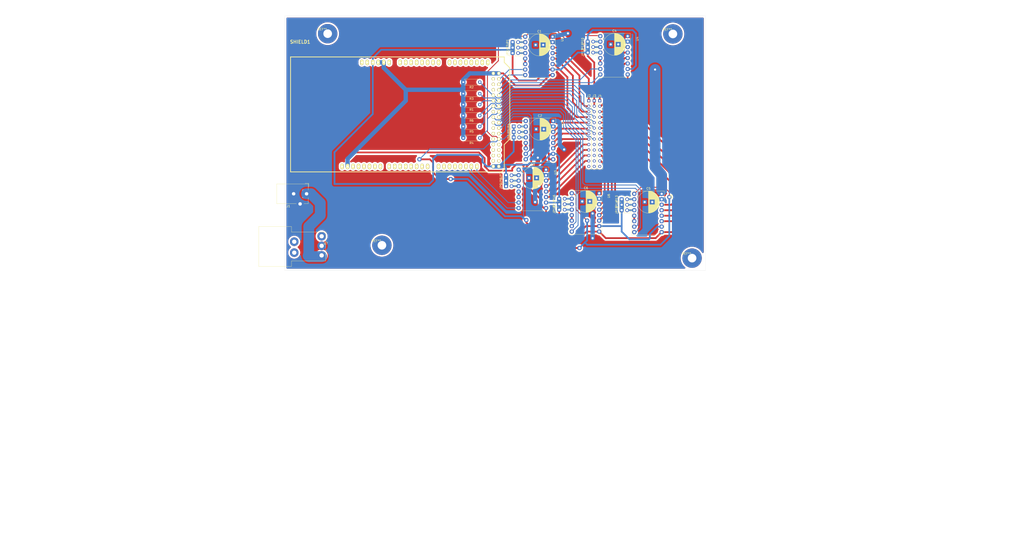
<source format=kicad_pcb>
(kicad_pcb (version 20171130) (host pcbnew "(5.1.0)-1")
  (layers (0 F.Cu signal) (31 B.Cu signal) (34 B.Paste user hide) (35 F.Paste user hide) (36 B.SilkS user hide) (37 F.SilkS user hide) (38 B.Mask user hide) (39 F.Mask user hide) (44 Edge.Cuts user))
  (net 0 "")
  (net 1 VIN)
  (net 2 GNDA)
  (net 3 "Net-(J1-Pad1)")
  (net 4 M1_2)
  (net 5 M1_1)
  (net 6 M1_3)
  (net 7 M1_4)
  (net 8 M2_2)
  (net 9 M2_1)
  (net 10 M2_3)
  (net 11 M2_4)
  (net 12 M3_2)
  (net 13 M3_1)
  (net 14 M3_3)
  (net 15 M3_4)
  (net 16 "Net-(J2-Pad13)")
  (net 17 "Net-(J3-Pad13)")
  (net 18 M6_LIMIT)
  (net 19 M5_LIMIT)
  (net 20 M4_LIMIT)
  (net 21 M3_LIMIT)
  (net 22 M2_LIMIT)
  (net 23 M1_LIMIT)
  (net 24 +5V)
  (net 25 M4_2)
  (net 26 M4_1)
  (net 27 M4_3)
  (net 28 M4_4)
  (net 29 M5_4)
  (net 30 M5_3)
  (net 31 M5_1)
  (net 32 M5_2)
  (net 33 M6_4)
  (net 34 M6_3)
  (net 35 M6_1)
  (net 36 M6_2)
  (net 37 "Net-(J4-Pad13)")
  (net 38 "Net-(JP1-Pad2)")
  (net 39 "Net-(JP2-Pad2)")
  (net 40 "Net-(JP3-Pad2)")
  (net 41 "Net-(JP4-Pad2)")
  (net 42 "Net-(JP5-Pad2)")
  (net 43 "Net-(JP6-Pad2)")
  (net 44 "Net-(JP7-Pad2)")
  (net 45 "Net-(JP8-Pad2)")
  (net 46 "Net-(JP9-Pad2)")
  (net 47 "Net-(JP10-Pad2)")
  (net 48 "Net-(JP11-Pad2)")
  (net 49 "Net-(JP12-Pad2)")
  (net 50 "Net-(JP13-Pad2)")
  (net 51 "Net-(JP14-Pad2)")
  (net 52 "Net-(JP15-Pad2)")
  (net 53 "Net-(JP16-Pad2)")
  (net 54 "Net-(JP17-Pad2)")
  (net 55 "Net-(JP18-Pad2)")
  (net 56 GND)
  (net 57 "Net-(SHIELD1-Pad14)")
  (net 58 "Net-(SHIELD1-Pad15)")
  (net 59 "Net-(SHIELD1-Pad16)")
  (net 60 "Net-(SHIELD1-Pad17)")
  (net 61 "Net-(SHIELD1-Pad18)")
  (net 62 "Net-(SHIELD1-Pad19)")
  (net 63 "Net-(SHIELD1-PadAD15)")
  (net 64 "Net-(SHIELD1-PadAD14)")
  (net 65 "Net-(SHIELD1-PadAD13)")
  (net 66 "Net-(SHIELD1-PadAD12)")
  (net 67 "Net-(SHIELD1-PadAD8)")
  (net 68 "Net-(SHIELD1-PadAD7)")
  (net 69 "Net-(SHIELD1-PadAD6)")
  (net 70 "Net-(SHIELD1-PadAD9)")
  (net 71 "Net-(SHIELD1-PadAD10)")
  (net 72 "Net-(SHIELD1-PadAD11)")
  (net 73 "Net-(SHIELD1-PadAD5)")
  (net 74 "Net-(SHIELD1-PadAD4)")
  (net 75 "Net-(SHIELD1-PadAD3)")
  (net 76 "Net-(SHIELD1-PadAD0)")
  (net 77 "Net-(SHIELD1-PadAD1)")
  (net 78 "Net-(SHIELD1-PadAD2)")
  (net 79 "Net-(SHIELD1-PadV_IN)")
  (net 80 "Net-(SHIELD1-Pad3V3)")
  (net 81 "Net-(SHIELD1-PadRST)")
  (net 82 "Net-(SHIELD1-Pad0)")
  (net 83 "Net-(SHIELD1-Pad1)")
  (net 84 "Net-(SHIELD1-Pad2)")
  (net 85 "Net-(SHIELD1-Pad3)")
  (net 86 "Net-(SHIELD1-Pad4)")
  (net 87 "Net-(SHIELD1-Pad5)")
  (net 88 "Net-(SHIELD1-Pad6)")
  (net 89 "Net-(SHIELD1-Pad7)")
  (net 90 "Net-(SHIELD1-Pad8)")
  (net 91 "Net-(SHIELD1-Pad9)")
  (net 92 "Net-(SHIELD1-Pad10)")
  (net 93 "Net-(SHIELD1-Pad11)")
  (net 94 "Net-(SHIELD1-Pad12)")
  (net 95 "Net-(SHIELD1-Pad13)")
  (net 96 "Net-(SHIELD1-PadAREF)")
  (net 97 notEn)
  (net 98 M1_DIR)
  (net 99 M1_STEP)
  (net 100 M2_DIR)
  (net 101 M2_STEP)
  (net 102 M3_DIR)
  (net 103 M3_STEP)
  (net 104 M4_DIR)
  (net 105 M5_DIR)
  (net 106 M4_STEP)
  (net 107 M5_STEP)
  (net 108 M6_DIR)
  (net 109 M6_STEP)
  (net 110 "Net-(SHIELD1-Pad48)")
  (net 111 "Net-(SHIELD1-Pad50)")
  (net 112 "Net-(SHIELD1-Pad52)")
  (net 113 "Net-(U1-Pad5)")
  (net 114 "Net-(U2-Pad5)")
  (net 115 "Net-(U3-Pad5)")
  (net 116 "Net-(U4-Pad5)")
  (net 117 "Net-(U5-Pad5)")
  (net 118 "Net-(U6-Pad5)")
  (net 119 "Net-(SHIELD1-Pad24)")
  (net 120 "Net-(SHIELD1-Pad23)")
  (net 121 "Net-(J3-Pad9)")
  (net 122 "Net-(J3-Pad10)")
  (net 123 "Net-(J3-Pad11)")
  (net 124 "Net-(J3-Pad12)")
  (net 125 "Net-(SHIELD1-Pad40)")
  (net 126 "Net-(SHIELD1-Pad34)")
  (net 127 "Net-(SHIELD1-Pad32)")
  (net 128 "Net-(SHIELD1-Pad30)")
  (net 129 "Net-(SHIELD1-Pad29)")
  (net 130 "Net-(SHIELD1-Pad26)")
  (net 131 "Net-(SHIELD1-Pad25)")
  (net 132 "Net-(SHIELD1-Pad28)")
  (net 133 "Net-(SHIELD1-Pad27)")
  (net 134 "Net-(SHIELD1-Pad22)")
  (module Connector_PinHeader_2.54mm:PinHeader_1x13_P2.54mm_Vertical (layer F.Cu) (at 187.071 70.104)
    (fp_text reference J3 (at 0 -2.33) (layer F.SilkS))
    (fp_text value Conn_01x13_Male)
    (pad 13 thru_hole oval (at 0 30.48) (size 1.4 1.4) (drill 0.8) (layers *.Cu *.Mask) (net 17 "Net-(J3-Pad13)"))
    (pad 12 thru_hole oval (at 0 27.94) (size 1.4 1.4) (drill 0.8) (layers *.Cu *.Mask) (net 124 "Net-(J3-Pad12)"))
    (pad 11 thru_hole oval (at 0 25.4) (size 1.4 1.4) (drill 0.8) (layers *.Cu *.Mask) (net 123 "Net-(J3-Pad11)"))
    (pad 10 thru_hole oval (at 0 22.86) (size 1.4 1.4) (drill 0.8) (layers *.Cu *.Mask) (net 122 "Net-(J3-Pad10)"))
    (pad 9 thru_hole oval (at 0 20.32) (size 1.4 1.4) (drill 0.8) (layers *.Cu *.Mask) (net 121 "Net-(J3-Pad9)"))
    (pad 8 thru_hole oval (at 0 17.78) (size 1.4 1.4) (drill 0.8) (layers *.Cu *.Mask) (net 18 M6_LIMIT))
    (pad 7 thru_hole oval (at 0 15.24) (size 1.4 1.4) (drill 0.8) (layers *.Cu *.Mask) (net 19 M5_LIMIT))
    (pad 6 thru_hole oval (at 0 12.7) (size 1.4 1.4) (drill 0.8) (layers *.Cu *.Mask) (net 20 M4_LIMIT))
    (pad 5 thru_hole oval (at 0 10.16) (size 1.4 1.4) (drill 0.8) (layers *.Cu *.Mask) (net 21 M3_LIMIT))
    (pad 4 thru_hole oval (at 0 7.62) (size 1.4 1.4) (drill 0.8) (layers *.Cu *.Mask) (net 22 M2_LIMIT))
    (pad 3 thru_hole oval (at 0 5.08) (size 1.4 1.4) (drill 0.8) (layers *.Cu *.Mask) (net 23 M1_LIMIT))
    (pad 2 thru_hole oval (at 0 2.54) (size 1.4 1.4) (drill 0.8) (layers *.Cu *.Mask) (net 24 +5V))
    (pad 1 thru_hole rect (at 0 0) (size 1.4 1.4) (drill 0.8) (layers *.Cu *.Mask) (net 24 +5V))
  )
  (module Connector_PinHeader_2.54mm:PinHeader_1x13_P2.54mm_Vertical (layer F.Cu) (at 184.531 70.104)
    (fp_text reference J2 (at 0 -2.33) (layer F.SilkS))
    (fp_text value Conn_01x13_Male)
    (pad 13 thru_hole oval (at 0 30.48) (size 1.4 1.4) (drill 0.8) (layers *.Cu *.Mask) (net 16 "Net-(J2-Pad13)"))
    (pad 12 thru_hole oval (at 0 27.94) (size 1.4 1.4) (drill 0.8) (layers *.Cu *.Mask) (net 15 M3_4))
    (pad 11 thru_hole oval (at 0 25.4) (size 1.4 1.4) (drill 0.8) (layers *.Cu *.Mask) (net 14 M3_3))
    (pad 10 thru_hole oval (at 0 22.86) (size 1.4 1.4) (drill 0.8) (layers *.Cu *.Mask) (net 12 M3_2))
    (pad 9 thru_hole oval (at 0 20.32) (size 1.4 1.4) (drill 0.8) (layers *.Cu *.Mask) (net 13 M3_1))
    (pad 8 thru_hole oval (at 0 17.78) (size 1.4 1.4) (drill 0.8) (layers *.Cu *.Mask) (net 11 M2_4))
    (pad 7 thru_hole oval (at 0 15.24) (size 1.4 1.4) (drill 0.8) (layers *.Cu *.Mask) (net 10 M2_3))
    (pad 6 thru_hole oval (at 0 12.7) (size 1.4 1.4) (drill 0.8) (layers *.Cu *.Mask) (net 8 M2_2))
    (pad 5 thru_hole oval (at 0 10.16) (size 1.4 1.4) (drill 0.8) (layers *.Cu *.Mask) (net 9 M2_1))
    (pad 4 thru_hole oval (at 0 7.62) (size 1.4 1.4) (drill 0.8) (layers *.Cu *.Mask) (net 7 M1_4))
    (pad 3 thru_hole oval (at 0 5.08) (size 1.4 1.4) (drill 0.8) (layers *.Cu *.Mask) (net 6 M1_3))
    (pad 2 thru_hole oval (at 0 2.54) (size 1.4 1.4) (drill 0.8) (layers *.Cu *.Mask) (net 4 M1_2))
    (pad 1 thru_hole rect (at 0 0) (size 1.4 1.4) (drill 0.8) (layers *.Cu *.Mask) (net 5 M1_1))
  )
  (module Connector_PinHeader_2.54mm:PinHeader_1x13_P2.54mm_Vertical (layer F.Cu) (at 189.611 70.104)
    (fp_text reference J4 (at 0 -2.33) (layer F.SilkS))
    (fp_text value Conn_01x13_Male)
    (pad 13 thru_hole oval (at 0 30.48) (size 1.4 1.4) (drill 0.8) (layers *.Cu *.Mask) (net 37 "Net-(J4-Pad13)"))
    (pad 12 thru_hole oval (at 0 27.94) (size 1.4 1.4) (drill 0.8) (layers *.Cu *.Mask) (net 35 M6_1))
    (pad 11 thru_hole oval (at 0 25.4) (size 1.4 1.4) (drill 0.8) (layers *.Cu *.Mask) (net 36 M6_2))
    (pad 10 thru_hole oval (at 0 22.86) (size 1.4 1.4) (drill 0.8) (layers *.Cu *.Mask) (net 34 M6_3))
    (pad 9 thru_hole oval (at 0 20.32) (size 1.4 1.4) (drill 0.8) (layers *.Cu *.Mask) (net 33 M6_4))
    (pad 8 thru_hole oval (at 0 17.78) (size 1.4 1.4) (drill 0.8) (layers *.Cu *.Mask) (net 31 M5_1))
    (pad 7 thru_hole oval (at 0 15.24) (size 1.4 1.4) (drill 0.8) (layers *.Cu *.Mask) (net 32 M5_2))
    (pad 6 thru_hole oval (at 0 12.7) (size 1.4 1.4) (drill 0.8) (layers *.Cu *.Mask) (net 30 M5_3))
    (pad 5 thru_hole oval (at 0 10.16) (size 1.4 1.4) (drill 0.8) (layers *.Cu *.Mask) (net 29 M5_4))
    (pad 4 thru_hole oval (at 0 7.62) (size 1.4 1.4) (drill 0.8) (layers *.Cu *.Mask) (net 28 M4_4))
    (pad 3 thru_hole oval (at 0 5.08) (size 1.4 1.4) (drill 0.8) (layers *.Cu *.Mask) (net 27 M4_3))
    (pad 2 thru_hole oval (at 0 2.54) (size 1.4 1.4) (drill 0.8) (layers *.Cu *.Mask) (net 25 M4_2))
    (pad 1 thru_hole rect (at 0 0) (size 1.4 1.4) (drill 0.8) (layers *.Cu *.Mask) (net 26 M4_1))
  )
  (module sb-cnc-shield-master:a4988_shield (layer F.Cu) (at 169.037 39.116 270)
    (fp_text reference U1 (at 2.54 -3.175 270) (layer F.SilkS))
    (fp_text value POLOLU_STEPPER_DRIVER)
    (pad 16 thru_hole circle (at 1.27 1.27 270) (size 2 2) (drill 1) (layers *.Cu *.Mask) (net 1 VIN))
    (pad 15 thru_hole circle (at 3.81 1.27 270) (size 2 2) (drill 1) (layers *.Cu *.Mask) (net 2 GNDA))
    (pad 14 thru_hole circle (at 6.35 1.27 270) (size 2 2) (drill 1) (layers *.Cu *.Mask) (net 5 M1_1))
    (pad 13 thru_hole circle (at 8.89 1.27 270) (size 2 2) (drill 1) (layers *.Cu *.Mask) (net 4 M1_2))
    (pad 12 thru_hole circle (at 11.43 1.27 270) (size 2 2) (drill 1) (layers *.Cu *.Mask) (net 6 M1_3))
    (pad 11 thru_hole circle (at 13.97 1.27 270) (size 2 2) (drill 1) (layers *.Cu *.Mask) (net 7 M1_4))
    (pad 10 thru_hole circle (at 16.51 1.27 270) (size 2 2) (drill 1) (layers *.Cu *.Mask) (net 24 +5V))
    (pad 9 thru_hole circle (at 19.05 1.27 270) (size 2 2) (drill 1) (layers *.Cu *.Mask) (net 56 GND))
    (pad 8 thru_hole circle (at 19.05 13.97 270) (size 2 2) (drill 1) (layers *.Cu *.Mask) (net 98 M1_DIR))
    (pad 7 thru_hole circle (at 16.51 13.97 270) (size 2 2) (drill 1) (layers *.Cu *.Mask) (net 99 M1_STEP))
    (pad 6 thru_hole circle (at 13.97 13.97 270) (size 2 2) (drill 1) (layers *.Cu *.Mask) (net 113 "Net-(U1-Pad5)"))
    (pad 5 thru_hole circle (at 11.43 13.97 270) (size 2 2) (drill 1) (layers *.Cu *.Mask) (net 113 "Net-(U1-Pad5)"))
    (pad 4 thru_hole circle (at 8.89 13.97 270) (size 2 2) (drill 1) (layers *.Cu *.Mask) (net 40 "Net-(JP3-Pad2)"))
    (pad 3 thru_hole circle (at 6.35 13.97 270) (size 2 2) (drill 1) (layers *.Cu *.Mask) (net 39 "Net-(JP2-Pad2)"))
    (pad 2 thru_hole circle (at 3.81 13.97 270) (size 2 2) (drill 1) (layers *.Cu *.Mask) (net 38 "Net-(JP1-Pad2)"))
    (pad 1 thru_hole circle (at 1.27 13.97 270) (size 2 2) (drill 1) (layers *.Cu *.Mask) (net 97 notEn))
  )
  (module sb-cnc-shield-master:a4988_shield (layer F.Cu) (at 219.583 112.014 270)
    (fp_text reference U5 (at 2.54 -3.175 270) (layer F.SilkS))
    (fp_text value POLOLU_STEPPER_DRIVER)
    (pad 16 thru_hole circle (at 1.27 1.27 270) (size 2 2) (drill 1) (layers *.Cu *.Mask) (net 1 VIN))
    (pad 15 thru_hole circle (at 3.81 1.27 270) (size 2 2) (drill 1) (layers *.Cu *.Mask) (net 2 GNDA))
    (pad 14 thru_hole circle (at 6.35 1.27 270) (size 2 2) (drill 1) (layers *.Cu *.Mask) (net 31 M5_1))
    (pad 13 thru_hole circle (at 8.89 1.27 270) (size 2 2) (drill 1) (layers *.Cu *.Mask) (net 32 M5_2))
    (pad 12 thru_hole circle (at 11.43 1.27 270) (size 2 2) (drill 1) (layers *.Cu *.Mask) (net 30 M5_3))
    (pad 11 thru_hole circle (at 13.97 1.27 270) (size 2 2) (drill 1) (layers *.Cu *.Mask) (net 29 M5_4))
    (pad 10 thru_hole circle (at 16.51 1.27 270) (size 2 2) (drill 1) (layers *.Cu *.Mask) (net 24 +5V))
    (pad 9 thru_hole circle (at 19.05 1.27 270) (size 2 2) (drill 1) (layers *.Cu *.Mask) (net 56 GND))
    (pad 8 thru_hole circle (at 19.05 13.97 270) (size 2 2) (drill 1) (layers *.Cu *.Mask) (net 105 M5_DIR))
    (pad 7 thru_hole circle (at 16.51 13.97 270) (size 2 2) (drill 1) (layers *.Cu *.Mask) (net 107 M5_STEP))
    (pad 6 thru_hole circle (at 13.97 13.97 270) (size 2 2) (drill 1) (layers *.Cu *.Mask) (net 117 "Net-(U5-Pad5)"))
    (pad 5 thru_hole circle (at 11.43 13.97 270) (size 2 2) (drill 1) (layers *.Cu *.Mask) (net 117 "Net-(U5-Pad5)"))
    (pad 4 thru_hole circle (at 8.89 13.97 270) (size 2 2) (drill 1) (layers *.Cu *.Mask) (net 52 "Net-(JP15-Pad2)"))
    (pad 3 thru_hole circle (at 6.35 13.97 270) (size 2 2) (drill 1) (layers *.Cu *.Mask) (net 51 "Net-(JP14-Pad2)"))
    (pad 2 thru_hole circle (at 3.81 13.97 270) (size 2 2) (drill 1) (layers *.Cu *.Mask) (net 50 "Net-(JP13-Pad2)"))
    (pad 1 thru_hole circle (at 1.27 13.97 270) (size 2 2) (drill 1) (layers *.Cu *.Mask) (net 97 notEn))
  )
  (module sb-cnc-shield-master:a4988_shield (layer F.Cu) (at 203.835 38.862 270)
    (fp_text reference U4 (at 2.54 -3.175 270) (layer F.SilkS))
    (fp_text value POLOLU_STEPPER_DRIVER)
    (pad 16 thru_hole circle (at 1.27 1.27 270) (size 2 2) (drill 1) (layers *.Cu *.Mask) (net 1 VIN))
    (pad 15 thru_hole circle (at 3.81 1.27 270) (size 2 2) (drill 1) (layers *.Cu *.Mask) (net 2 GNDA))
    (pad 14 thru_hole circle (at 6.35 1.27 270) (size 2 2) (drill 1) (layers *.Cu *.Mask) (net 26 M4_1))
    (pad 13 thru_hole circle (at 8.89 1.27 270) (size 2 2) (drill 1) (layers *.Cu *.Mask) (net 25 M4_2))
    (pad 12 thru_hole circle (at 11.43 1.27 270) (size 2 2) (drill 1) (layers *.Cu *.Mask) (net 27 M4_3))
    (pad 11 thru_hole circle (at 13.97 1.27 270) (size 2 2) (drill 1) (layers *.Cu *.Mask) (net 28 M4_4))
    (pad 10 thru_hole circle (at 16.51 1.27 270) (size 2 2) (drill 1) (layers *.Cu *.Mask) (net 24 +5V))
    (pad 9 thru_hole circle (at 19.05 1.27 270) (size 2 2) (drill 1) (layers *.Cu *.Mask) (net 56 GND))
    (pad 8 thru_hole circle (at 19.05 13.97 270) (size 2 2) (drill 1) (layers *.Cu *.Mask) (net 104 M4_DIR))
    (pad 7 thru_hole circle (at 16.51 13.97 270) (size 2 2) (drill 1) (layers *.Cu *.Mask) (net 106 M4_STEP))
    (pad 6 thru_hole circle (at 13.97 13.97 270) (size 2 2) (drill 1) (layers *.Cu *.Mask) (net 116 "Net-(U4-Pad5)"))
    (pad 5 thru_hole circle (at 11.43 13.97 270) (size 2 2) (drill 1) (layers *.Cu *.Mask) (net 116 "Net-(U4-Pad5)"))
    (pad 4 thru_hole circle (at 8.89 13.97 270) (size 2 2) (drill 1) (layers *.Cu *.Mask) (net 49 "Net-(JP12-Pad2)"))
    (pad 3 thru_hole circle (at 6.35 13.97 270) (size 2 2) (drill 1) (layers *.Cu *.Mask) (net 48 "Net-(JP11-Pad2)"))
    (pad 2 thru_hole circle (at 3.81 13.97 270) (size 2 2) (drill 1) (layers *.Cu *.Mask) (net 47 "Net-(JP10-Pad2)"))
    (pad 1 thru_hole circle (at 1.27 13.97 270) (size 2 2) (drill 1) (layers *.Cu *.Mask) (net 97 notEn))
  )
  (module sb-cnc-shield-master:ARDUINO_MEGA_SHIELD (layer F.Cu) (at 46.307 103.124)
    (fp_text reference SHIELD1 (at 4.445 -60.325 180) (layer F.SilkS) (effects (font (size 1.524 1.524) (thickness 0.3048))))
    (fp_text value ARDUINO_MEGA_SHIELD hide)
    (pad GND5 thru_hole circle (at 96.52 -45.72 180) (size 1.524 1.524) (drill 0.8128) (layers *.Cu *.Mask F.SilkS) (net 56 GND))
    (pad GND4 thru_hole circle (at 93.98 -45.72 180) (size 1.524 1.524) (drill 0.8128) (layers *.Cu *.Mask F.SilkS) (net 56 GND))
    (pad 53 thru_hole circle (at 96.52 -43.18 180) (size 1.524 1.524) (drill 0.8128) (layers *.Cu *.Mask F.SilkS) (net 99 M1_STEP))
    (pad 52 thru_hole circle (at 93.98 -43.18 180) (size 1.524 1.524) (drill 0.8128) (layers *.Cu *.Mask F.SilkS) (net 112 "Net-(SHIELD1-Pad52)"))
    (pad 51 thru_hole circle (at 96.52 -40.64 180) (size 1.524 1.524) (drill 0.8128) (layers *.Cu *.Mask F.SilkS) (net 98 M1_DIR))
    (pad 50 thru_hole circle (at 93.98 -40.64 180) (size 1.524 1.524) (drill 0.8128) (layers *.Cu *.Mask F.SilkS) (net 111 "Net-(SHIELD1-Pad50)"))
    (pad 49 thru_hole circle (at 96.52 -38.1 180) (size 1.524 1.524) (drill 0.8128) (layers *.Cu *.Mask F.SilkS) (net 106 M4_STEP))
    (pad 48 thru_hole circle (at 93.98 -38.1 180) (size 1.524 1.524) (drill 0.8128) (layers *.Cu *.Mask F.SilkS) (net 110 "Net-(SHIELD1-Pad48)"))
    (pad 47 thru_hole circle (at 96.52 -35.56 180) (size 1.524 1.524) (drill 0.8128) (layers *.Cu *.Mask F.SilkS) (net 104 M4_DIR))
    (pad 46 thru_hole circle (at 93.98 -35.56 180) (size 1.524 1.524) (drill 0.8128) (layers *.Cu *.Mask F.SilkS) (net 23 M1_LIMIT))
    (pad 45 thru_hole circle (at 96.52 -33.02 180) (size 1.524 1.524) (drill 0.8128) (layers *.Cu *.Mask F.SilkS) (net 22 M2_LIMIT))
    (pad 44 thru_hole circle (at 93.98 -33.02 180) (size 1.524 1.524) (drill 0.8128) (layers *.Cu *.Mask F.SilkS) (net 21 M3_LIMIT))
    (pad 43 thru_hole circle (at 96.52 -30.48 180) (size 1.524 1.524) (drill 0.8128) (layers *.Cu *.Mask F.SilkS) (net 20 M4_LIMIT))
    (pad 42 thru_hole circle (at 93.98 -30.48 180) (size 1.524 1.524) (drill 0.8128) (layers *.Cu *.Mask F.SilkS) (net 19 M5_LIMIT))
    (pad 41 thru_hole circle (at 96.52 -27.94 180) (size 1.524 1.524) (drill 0.8128) (layers *.Cu *.Mask F.SilkS) (net 18 M6_LIMIT))
    (pad 40 thru_hole circle (at 93.98 -27.94 180) (size 1.524 1.524) (drill 0.8128) (layers *.Cu *.Mask F.SilkS) (net 125 "Net-(SHIELD1-Pad40)"))
    (pad 39 thru_hole circle (at 96.52 -25.4 180) (size 1.524 1.524) (drill 0.8128) (layers *.Cu *.Mask F.SilkS) (net 105 M5_DIR))
    (pad 38 thru_hole circle (at 93.98 -25.4 180) (size 1.524 1.524) (drill 0.8128) (layers *.Cu *.Mask F.SilkS) (net 107 M5_STEP))
    (pad 37 thru_hole circle (at 96.52 -22.86 180) (size 1.524 1.524) (drill 0.8128) (layers *.Cu *.Mask F.SilkS) (net 108 M6_DIR))
    (pad 36 thru_hole circle (at 93.98 -22.86 180) (size 1.524 1.524) (drill 0.8128) (layers *.Cu *.Mask F.SilkS) (net 109 M6_STEP))
    (pad 35 thru_hole circle (at 96.52 -20.32 180) (size 1.524 1.524) (drill 0.8128) (layers *.Cu *.Mask F.SilkS) (net 100 M2_DIR))
    (pad 34 thru_hole circle (at 93.98 -20.32 180) (size 1.524 1.524) (drill 0.8128) (layers *.Cu *.Mask F.SilkS) (net 126 "Net-(SHIELD1-Pad34)"))
    (pad 33 thru_hole circle (at 96.52 -17.78 180) (size 1.524 1.524) (drill 0.8128) (layers *.Cu *.Mask F.SilkS) (net 101 M2_STEP))
    (pad 32 thru_hole circle (at 93.98 -17.78 180) (size 1.524 1.524) (drill 0.8128) (layers *.Cu *.Mask F.SilkS) (net 127 "Net-(SHIELD1-Pad32)"))
    (pad 30 thru_hole circle (at 93.98 -15.24 180) (size 1.524 1.524) (drill 0.8128) (layers *.Cu *.Mask F.SilkS) (net 128 "Net-(SHIELD1-Pad30)"))
    (pad 31 thru_hole circle (at 96.52 -15.24 180) (size 1.524 1.524) (drill 0.8128) (layers *.Cu *.Mask F.SilkS) (net 97 notEn))
    (pad 5V_5 thru_hole circle (at 96.52 -2.54 180) (size 1.524 1.524) (drill 0.8128) (layers *.Cu *.Mask F.SilkS) (net 24 +5V))
    (pad 5V_4 thru_hole circle (at 93.98 -2.54 180) (size 1.524 1.524) (drill 0.8128) (layers *.Cu *.Mask F.SilkS) (net 24 +5V))
    (pad 29 thru_hole circle (at 96.52 -12.7 180) (size 1.524 1.524) (drill 0.8128) (layers *.Cu *.Mask F.SilkS) (net 129 "Net-(SHIELD1-Pad29)"))
    (pad 28 thru_hole circle (at 93.98 -12.7 180) (size 1.524 1.524) (drill 0.8128) (layers *.Cu *.Mask F.SilkS) (net 132 "Net-(SHIELD1-Pad28)"))
    (pad 27 thru_hole circle (at 96.52 -10.16 180) (size 1.524 1.524) (drill 0.8128) (layers *.Cu *.Mask F.SilkS) (net 133 "Net-(SHIELD1-Pad27)"))
    (pad 26 thru_hole circle (at 93.98 -10.16 180) (size 1.524 1.524) (drill 0.8128) (layers *.Cu *.Mask F.SilkS) (net 130 "Net-(SHIELD1-Pad26)"))
    (pad 25 thru_hole circle (at 96.52 -7.62 180) (size 1.524 1.524) (drill 0.8128) (layers *.Cu *.Mask F.SilkS) (net 131 "Net-(SHIELD1-Pad25)"))
    (pad 24 thru_hole circle (at 93.98 -7.62 180) (size 1.524 1.524) (drill 0.8128) (layers *.Cu *.Mask F.SilkS) (net 119 "Net-(SHIELD1-Pad24)"))
    (pad 23 thru_hole circle (at 96.52 -5.08 180) (size 1.524 1.524) (drill 0.8128) (layers *.Cu *.Mask F.SilkS) (net 120 "Net-(SHIELD1-Pad23)"))
    (pad 22 thru_hole circle (at 93.98 -5.08 180) (size 1.524 1.524) (drill 0.8128) (layers *.Cu *.Mask F.SilkS) (net 134 "Net-(SHIELD1-Pad22)"))
    (pad 5V thru_hole oval (at 38.1 -50.8 90) (size 2.54 1.524) (drill 0.8128) (layers *.Cu *.Mask F.SilkS) (net 24 +5V))
    (pad AREF thru_hole oval (at 23.876 -2.54 90) (size 2.54 1.524) (drill 0.8128) (layers *.Cu *.Mask F.SilkS) (net 96 "Net-(SHIELD1-PadAREF)"))
    (pad GND3 thru_hole oval (at 26.416 -2.54 90) (size 2.54 1.524) (drill 0.8128) (layers *.Cu *.Mask F.SilkS) (net 56 GND))
    (pad 13 thru_hole oval (at 28.956 -2.54 90) (size 2.54 1.524) (drill 0.8128) (layers *.Cu *.Mask F.SilkS) (net 95 "Net-(SHIELD1-Pad13)"))
    (pad 12 thru_hole oval (at 31.496 -2.54 90) (size 2.54 1.524) (drill 0.8128) (layers *.Cu *.Mask F.SilkS) (net 94 "Net-(SHIELD1-Pad12)"))
    (pad 11 thru_hole oval (at 34.036 -2.54 90) (size 2.54 1.524) (drill 0.8128) (layers *.Cu *.Mask F.SilkS) (net 93 "Net-(SHIELD1-Pad11)"))
    (pad 10 thru_hole oval (at 36.576 -2.54 90) (size 2.54 1.524) (drill 0.8128) (layers *.Cu *.Mask F.SilkS) (net 92 "Net-(SHIELD1-Pad10)"))
    (pad 9 thru_hole oval (at 39.116 -2.54 90) (size 2.54 1.524) (drill 0.8128) (layers *.Cu *.Mask F.SilkS) (net 91 "Net-(SHIELD1-Pad9)"))
    (pad 8 thru_hole oval (at 41.656 -2.54 90) (size 2.54 1.524) (drill 0.8128) (layers *.Cu *.Mask F.SilkS) (net 90 "Net-(SHIELD1-Pad8)"))
    (pad 7 thru_hole oval (at 45.72 -2.54 90) (size 2.54 1.524) (drill 0.8128) (layers *.Cu *.Mask F.SilkS) (net 89 "Net-(SHIELD1-Pad7)"))
    (pad 6 thru_hole oval (at 48.26 -2.54 90) (size 2.54 1.524) (drill 0.8128) (layers *.Cu *.Mask F.SilkS) (net 88 "Net-(SHIELD1-Pad6)"))
    (pad 5 thru_hole oval (at 50.8 -2.54 90) (size 2.54 1.524) (drill 0.8128) (layers *.Cu *.Mask F.SilkS) (net 87 "Net-(SHIELD1-Pad5)"))
    (pad 4 thru_hole oval (at 53.34 -2.54 90) (size 2.54 1.524) (drill 0.8128) (layers *.Cu *.Mask F.SilkS) (net 86 "Net-(SHIELD1-Pad4)"))
    (pad 3 thru_hole oval (at 55.88 -2.54 90) (size 2.54 1.524) (drill 0.8128) (layers *.Cu *.Mask F.SilkS) (net 85 "Net-(SHIELD1-Pad3)"))
    (pad 2 thru_hole oval (at 58.42 -2.54 90) (size 2.54 1.524) (drill 0.8128) (layers *.Cu *.Mask F.SilkS) (net 84 "Net-(SHIELD1-Pad2)"))
    (pad 1 thru_hole oval (at 60.96 -2.54 90) (size 2.54 1.524) (drill 0.8128) (layers *.Cu *.Mask F.SilkS) (net 83 "Net-(SHIELD1-Pad1)"))
    (pad 0 thru_hole oval (at 63.5 -2.54 90) (size 2.54 1.524) (drill 0.8128) (layers *.Cu *.Mask F.SilkS) (net 82 "Net-(SHIELD1-Pad0)"))
    (pad RST thru_hole oval (at 33.02 -50.8 90) (size 2.54 1.524) (drill 0.8128) (layers *.Cu *.Mask F.SilkS) (net 81 "Net-(SHIELD1-PadRST)"))
    (pad 3V3 thru_hole oval (at 35.56 -50.8 90) (size 2.54 1.524) (drill 0.8128) (layers *.Cu *.Mask F.SilkS) (net 80 "Net-(SHIELD1-Pad3V3)"))
    (pad GND1 thru_hole oval (at 40.64 -50.8 90) (size 2.54 1.524) (drill 0.8128) (layers *.Cu *.Mask F.SilkS) (net 56 GND))
    (pad GND2 thru_hole oval (at 43.18 -50.8 90) (size 2.54 1.524) (drill 0.8128) (layers *.Cu *.Mask F.SilkS) (net 56 GND))
    (pad V_IN thru_hole oval (at 45.72 -50.8 90) (size 2.54 1.524) (drill 0.8128) (layers *.Cu *.Mask F.SilkS) (net 79 "Net-(SHIELD1-PadV_IN)"))
    (pad AD2 thru_hole oval (at 55.88 -50.8 90) (size 2.54 1.524) (drill 0.8128) (layers *.Cu *.Mask F.SilkS) (net 78 "Net-(SHIELD1-PadAD2)"))
    (pad AD1 thru_hole oval (at 53.34 -50.8 90) (size 2.54 1.524) (drill 0.8128) (layers *.Cu *.Mask F.SilkS) (net 77 "Net-(SHIELD1-PadAD1)"))
    (pad AD0 thru_hole oval (at 50.8 -50.8 90) (size 2.54 1.524) (drill 0.8128) (layers *.Cu *.Mask F.SilkS) (net 76 "Net-(SHIELD1-PadAD0)"))
    (pad AD3 thru_hole oval (at 58.42 -50.8 90) (size 2.54 1.524) (drill 0.8128) (layers *.Cu *.Mask F.SilkS) (net 75 "Net-(SHIELD1-PadAD3)"))
    (pad AD4 thru_hole oval (at 60.96 -50.8 90) (size 2.54 1.524) (drill 0.8128) (layers *.Cu *.Mask F.SilkS) (net 74 "Net-(SHIELD1-PadAD4)"))
    (pad AD5 thru_hole oval (at 63.5 -50.8 90) (size 2.54 1.524) (drill 0.8128) (layers *.Cu *.Mask F.SilkS) (net 73 "Net-(SHIELD1-PadAD5)"))
    (pad AD11 thru_hole oval (at 81.28 -50.8 90) (size 2.54 1.524) (drill 0.8128) (layers *.Cu *.Mask F.SilkS) (net 72 "Net-(SHIELD1-PadAD11)"))
    (pad AD10 thru_hole oval (at 78.74 -50.8 90) (size 2.54 1.524) (drill 0.8128) (layers *.Cu *.Mask F.SilkS) (net 71 "Net-(SHIELD1-PadAD10)"))
    (pad AD9 thru_hole oval (at 76.2 -50.8 90) (size 2.54 1.524) (drill 0.8128) (layers *.Cu *.Mask F.SilkS) (net 70 "Net-(SHIELD1-PadAD9)"))
    (pad AD6 thru_hole oval (at 66.04 -50.8 90) (size 2.54 1.524) (drill 0.8128) (layers *.Cu *.Mask F.SilkS) (net 69 "Net-(SHIELD1-PadAD6)"))
    (pad AD7 thru_hole oval (at 68.58 -50.8 90) (size 2.54 1.524) (drill 0.8128) (layers *.Cu *.Mask F.SilkS) (net 68 "Net-(SHIELD1-PadAD7)"))
    (pad AD8 thru_hole oval (at 73.66 -50.8 90) (size 2.54 1.524) (drill 0.8128) (layers *.Cu *.Mask F.SilkS) (net 67 "Net-(SHIELD1-PadAD8)"))
    (pad AD12 thru_hole oval (at 83.82 -50.8 90) (size 2.54 1.524) (drill 0.8128) (layers *.Cu *.Mask F.SilkS) (net 66 "Net-(SHIELD1-PadAD12)"))
    (pad AD13 thru_hole oval (at 86.36 -50.8 90) (size 2.54 1.524) (drill 0.8128) (layers *.Cu *.Mask F.SilkS) (net 65 "Net-(SHIELD1-PadAD13)"))
    (pad AD14 thru_hole oval (at 88.9 -50.8 90) (size 2.54 1.524) (drill 0.8128) (layers *.Cu *.Mask F.SilkS) (net 64 "Net-(SHIELD1-PadAD14)"))
    (pad AD15 thru_hole oval (at 91.44 -50.8 90) (size 2.54 1.524) (drill 0.8128) (layers *.Cu *.Mask F.SilkS) (net 63 "Net-(SHIELD1-PadAD15)"))
    (pad 21 thru_hole oval (at 86.36 -2.54 90) (size 2.54 1.524) (drill 0.8128) (layers *.Cu *.Mask F.SilkS) (net 103 M3_STEP))
    (pad 20 thru_hole oval (at 83.82 -2.54 90) (size 2.54 1.524) (drill 0.8128) (layers *.Cu *.Mask F.SilkS) (net 102 M3_DIR))
    (pad 19 thru_hole oval (at 81.28 -2.54 90) (size 2.54 1.524) (drill 0.8128) (layers *.Cu *.Mask F.SilkS) (net 62 "Net-(SHIELD1-Pad19)"))
    (pad 18 thru_hole oval (at 78.74 -2.54 90) (size 2.54 1.524) (drill 0.8128) (layers *.Cu *.Mask F.SilkS) (net 61 "Net-(SHIELD1-Pad18)"))
    (pad 17 thru_hole oval (at 76.2 -2.54 90) (size 2.54 1.524) (drill 0.8128) (layers *.Cu *.Mask F.SilkS) (net 60 "Net-(SHIELD1-Pad17)"))
    (pad 16 thru_hole oval (at 73.66 -2.54 90) (size 2.54 1.524) (drill 0.8128) (layers *.Cu *.Mask F.SilkS) (net 59 "Net-(SHIELD1-Pad16)"))
    (pad 15 thru_hole oval (at 71.12 -2.54 90) (size 2.54 1.524) (drill 0.8128) (layers *.Cu *.Mask F.SilkS) (net 58 "Net-(SHIELD1-Pad15)"))
    (pad 14 thru_hole oval (at 68.58 -2.54 90) (size 2.54 1.524) (drill 0.8128) (layers *.Cu *.Mask F.SilkS) (net 57 "Net-(SHIELD1-Pad14)"))
  )
  (module sb-cnc-shield-master:drill_4mm (layer F.Cu) (at 229.87 140.589)
    (fp_text reference REF** (at 0 0.5) (layer F.SilkS))
    (fp_text value drill_4mm)
    (pad 1 thru_hole circle (at 2.54 2.54) (size 9 9) (drill 4) (layers *.Cu *.Mask))
  )
  (module sb-cnc-shield-master:drill_4mm (layer F.Cu) (at 86.106 134.62)
    (fp_text reference REF** (at 0 0.5) (layer F.SilkS))
    (fp_text value drill_4mm)
    (pad 1 thru_hole circle (at 2.54 2.54) (size 9 9) (drill 4) (layers *.Cu *.Mask))
  )
  (module sb-cnc-shield-master:drill_4mm (layer F.Cu) (at 220.98 36.576)
    (fp_text reference REF** (at 0 0.5) (layer F.SilkS))
    (fp_text value drill_4mm)
    (pad 1 thru_hole circle (at 2.54 2.54) (size 9 9) (drill 4) (layers *.Cu *.Mask))
  )
  (module sb-cnc-shield-master:drill_4mm (layer F.Cu) (at 60.96 36.449)
    (fp_text reference REF** (at 0 0.5) (layer F.SilkS))
    (fp_text value drill_4mm)
    (pad 1 thru_hole circle (at 2.54 2.54) (size 9 9) (drill 4) (layers *.Cu *.Mask))
  )
  (module sb-cnc-shield-master:a4988_shield (layer F.Cu) (at 165.989 100.838 270)
    (fp_text reference U3 (at 2.54 -3.175 270) (layer F.SilkS))
    (fp_text value POLOLU_STEPPER_DRIVER)
    (pad 16 thru_hole circle (at 1.27 1.27 270) (size 2 2) (drill 1) (layers *.Cu *.Mask) (net 1 VIN))
    (pad 15 thru_hole circle (at 3.81 1.27 270) (size 2 2) (drill 1) (layers *.Cu *.Mask) (net 2 GNDA))
    (pad 14 thru_hole circle (at 6.35 1.27 270) (size 2 2) (drill 1) (layers *.Cu *.Mask) (net 13 M3_1))
    (pad 13 thru_hole circle (at 8.89 1.27 270) (size 2 2) (drill 1) (layers *.Cu *.Mask) (net 12 M3_2))
    (pad 12 thru_hole circle (at 11.43 1.27 270) (size 2 2) (drill 1) (layers *.Cu *.Mask) (net 14 M3_3))
    (pad 11 thru_hole circle (at 13.97 1.27 270) (size 2 2) (drill 1) (layers *.Cu *.Mask) (net 15 M3_4))
    (pad 10 thru_hole circle (at 16.51 1.27 270) (size 2 2) (drill 1) (layers *.Cu *.Mask) (net 24 +5V))
    (pad 9 thru_hole circle (at 19.05 1.27 270) (size 2 2) (drill 1) (layers *.Cu *.Mask) (net 56 GND))
    (pad 8 thru_hole circle (at 19.05 13.97 270) (size 2 2) (drill 1) (layers *.Cu *.Mask) (net 102 M3_DIR))
    (pad 7 thru_hole circle (at 16.51 13.97 270) (size 2 2) (drill 1) (layers *.Cu *.Mask) (net 103 M3_STEP))
    (pad 6 thru_hole circle (at 13.97 13.97 270) (size 2 2) (drill 1) (layers *.Cu *.Mask) (net 115 "Net-(U3-Pad5)"))
    (pad 5 thru_hole circle (at 11.43 13.97 270) (size 2 2) (drill 1) (layers *.Cu *.Mask) (net 115 "Net-(U3-Pad5)"))
    (pad 4 thru_hole circle (at 8.89 13.97 270) (size 2 2) (drill 1) (layers *.Cu *.Mask) (net 46 "Net-(JP9-Pad2)"))
    (pad 3 thru_hole circle (at 6.35 13.97 270) (size 2 2) (drill 1) (layers *.Cu *.Mask) (net 45 "Net-(JP8-Pad2)"))
    (pad 2 thru_hole circle (at 3.81 13.97 270) (size 2 2) (drill 1) (layers *.Cu *.Mask) (net 44 "Net-(JP7-Pad2)"))
    (pad 1 thru_hole circle (at 1.27 13.97 270) (size 2 2) (drill 1) (layers *.Cu *.Mask) (net 97 notEn))
  )
  (module Capacitor_THT:CP_Radial_D10.0mm_P3.50mm (layer F.Cu) (at 159.894322 44.196)
    (fp_text reference C1 (at 1.75 -6.25) (layer F.SilkS))
    (fp_text value 100uF)
    (pad 2 thru_hole circle (at 3.5 0) (size 2 2) (drill 1) (layers *.Cu *.Mask) (net 2 GNDA))
    (pad 1 thru_hole rect (at 0 0) (size 2 2) (drill 1) (layers *.Cu *.Mask) (net 1 VIN))
  )
  (module Capacitor_THT:CP_Radial_D10.0mm_P3.50mm (layer F.Cu) (at 160.148322 83.312)
    (fp_text reference C2 (at 1.75 -6.25) (layer F.SilkS))
    (fp_text value 100uF)
    (pad 2 thru_hole circle (at 3.5 0) (size 2 2) (drill 1) (layers *.Cu *.Mask) (net 2 GNDA))
    (pad 1 thru_hole rect (at 0 0) (size 2 2) (drill 1) (layers *.Cu *.Mask) (net 1 VIN))
  )
  (module Capacitor_THT:CP_Radial_D10.0mm_P3.50mm (layer F.Cu) (at 156.846322 105.918)
    (fp_text reference C3 (at 1.75 -6.25) (layer F.SilkS))
    (fp_text value 100uF)
    (pad 2 thru_hole circle (at 3.5 0) (size 2 2) (drill 1) (layers *.Cu *.Mask) (net 2 GNDA))
    (pad 1 thru_hole rect (at 0 0) (size 2 2) (drill 1) (layers *.Cu *.Mask) (net 1 VIN))
  )
  (module Capacitor_THT:CP_Radial_D10.0mm_P3.50mm (layer F.Cu) (at 194.692322 43.942)
    (fp_text reference C4 (at 1.75 -6.25) (layer F.SilkS))
    (fp_text value 100uF)
    (pad 2 thru_hole circle (at 3.5 0) (size 2 2) (drill 1) (layers *.Cu *.Mask) (net 2 GNDA))
    (pad 1 thru_hole rect (at 0 0) (size 2 2) (drill 1) (layers *.Cu *.Mask) (net 1 VIN))
  )
  (module Capacitor_THT:CP_Radial_D10.0mm_P3.50mm (layer F.Cu) (at 210.440322 117.094)
    (fp_text reference C5 (at 1.75 -6.25) (layer F.SilkS))
    (fp_text value 100uF)
    (pad 2 thru_hole circle (at 3.5 0) (size 2 2) (drill 1) (layers *.Cu *.Mask) (net 2 GNDA))
    (pad 1 thru_hole rect (at 0 0) (size 2 2) (drill 1) (layers *.Cu *.Mask) (net 1 VIN))
  )
  (module Capacitor_THT:CP_Radial_D10.0mm_P3.50mm (layer F.Cu) (at 181.484322 116.84)
    (fp_text reference C6 (at 1.75 -6.25) (layer F.SilkS))
    (fp_text value 100uF)
    (pad 2 thru_hole circle (at 3.5 0) (size 2 2) (drill 1) (layers *.Cu *.Mask) (net 2 GNDA))
    (pad 1 thru_hole rect (at 0 0) (size 2 2) (drill 1) (layers *.Cu *.Mask) (net 1 VIN))
  )
  (module Connector_BarrelJack:BarrelJack_CUI_PJ-102AH_Horizontal (layer F.Cu) (at 53.721 113.284 270)
    (fp_text reference J1 (at 5.75 8.45) (layer F.SilkS))
    (fp_text value Barrel_Jack_Switch)
    (pad 3 thru_hole circle (at 4.7 3 270) (size 2.6 2.6) (drill 1.6) (layers *.Cu *.Mask) (net 2 GNDA))
    (pad 2 thru_hole circle (at 0 6 270) (size 2.6 2.6) (drill 1.6) (layers *.Cu *.Mask) (net 2 GNDA))
    (pad 1 thru_hole rect (at 0 0 270) (size 2.6 2.6) (drill 1.6) (layers *.Cu *.Mask) (net 3 "Net-(J1-Pad1)"))
  )
  (module Connector_PinHeader_2.54mm:PinHeader_1x02_P2.54mm_Vertical (layer F.Cu) (at 149.225 42.926 90)
    (fp_text reference JP1 (at 0 -2.33 90) (layer F.SilkS))
    (fp_text value Jumper_NO_Small)
    (pad 2 thru_hole oval (at 0 2.54 90) (size 1.7 1.7) (drill 1) (layers *.Cu *.Mask) (net 38 "Net-(JP1-Pad2)"))
    (pad 1 thru_hole rect (at 0 0 90) (size 1.7 1.7) (drill 1) (layers *.Cu *.Mask) (net 24 +5V))
  )
  (module Connector_PinHeader_2.54mm:PinHeader_1x02_P2.54mm_Vertical (layer F.Cu) (at 149.225 45.466 90)
    (fp_text reference JP2 (at 0 -2.33 90) (layer F.SilkS))
    (fp_text value Jumper_NO_Small)
    (pad 2 thru_hole oval (at 0 2.54 90) (size 1.7 1.7) (drill 1) (layers *.Cu *.Mask) (net 39 "Net-(JP2-Pad2)"))
    (pad 1 thru_hole rect (at 0 0 90) (size 1.7 1.7) (drill 1) (layers *.Cu *.Mask) (net 24 +5V))
  )
  (module Connector_PinHeader_2.54mm:PinHeader_1x02_P2.54mm_Vertical (layer F.Cu) (at 149.225 48.006 90)
    (fp_text reference JP3 (at 0 -2.33 90) (layer F.SilkS))
    (fp_text value Jumper_NO_Small)
    (pad 2 thru_hole oval (at 0 2.54 90) (size 1.7 1.7) (drill 1) (layers *.Cu *.Mask) (net 40 "Net-(JP3-Pad2)"))
    (pad 1 thru_hole rect (at 0 0 90) (size 1.7 1.7) (drill 1) (layers *.Cu *.Mask) (net 24 +5V))
  )
  (module Connector_PinHeader_2.54mm:PinHeader_1x02_P2.54mm_Vertical (layer F.Cu) (at 149.733 82.042 90)
    (fp_text reference JP4 (at 0 -2.33 90) (layer F.SilkS))
    (fp_text value Jumper_NO_Small)
    (pad 2 thru_hole oval (at 0 2.54 90) (size 1.7 1.7) (drill 1) (layers *.Cu *.Mask) (net 41 "Net-(JP4-Pad2)"))
    (pad 1 thru_hole rect (at 0 0 90) (size 1.7 1.7) (drill 1) (layers *.Cu *.Mask) (net 24 +5V))
  )
  (module Connector_PinHeader_2.54mm:PinHeader_1x02_P2.54mm_Vertical (layer F.Cu) (at 149.733 84.582 90)
    (fp_text reference JP5 (at 0 -2.33 90) (layer F.SilkS))
    (fp_text value Jumper_NO_Small)
    (pad 2 thru_hole oval (at 0 2.54 90) (size 1.7 1.7) (drill 1) (layers *.Cu *.Mask) (net 42 "Net-(JP5-Pad2)"))
    (pad 1 thru_hole rect (at 0 0 90) (size 1.7 1.7) (drill 1) (layers *.Cu *.Mask) (net 24 +5V))
  )
  (module Connector_PinHeader_2.54mm:PinHeader_1x02_P2.54mm_Vertical (layer F.Cu) (at 149.733 87.122 90)
    (fp_text reference JP6 (at 0 -2.33 90) (layer F.SilkS))
    (fp_text value Jumper_NO_Small)
    (pad 2 thru_hole oval (at 0 2.54 90) (size 1.7 1.7) (drill 1) (layers *.Cu *.Mask) (net 43 "Net-(JP6-Pad2)"))
    (pad 1 thru_hole rect (at 0 0 90) (size 1.7 1.7) (drill 1) (layers *.Cu *.Mask) (net 24 +5V))
  )
  (module Connector_PinHeader_2.54mm:PinHeader_1x02_P2.54mm_Vertical (layer F.Cu) (at 146.177 104.648 90)
    (fp_text reference JP7 (at 0 -2.33 90) (layer F.SilkS))
    (fp_text value Jumper_NO_Small)
    (pad 2 thru_hole oval (at 0 2.54 90) (size 1.7 1.7) (drill 1) (layers *.Cu *.Mask) (net 44 "Net-(JP7-Pad2)"))
    (pad 1 thru_hole rect (at 0 0 90) (size 1.7 1.7) (drill 1) (layers *.Cu *.Mask) (net 24 +5V))
  )
  (module Connector_PinHeader_2.54mm:PinHeader_1x02_P2.54mm_Vertical (layer F.Cu) (at 146.177 107.188 90)
    (fp_text reference JP8 (at 0 -2.33 90) (layer F.SilkS))
    (fp_text value Jumper_NO_Small)
    (pad 2 thru_hole oval (at 0 2.54 90) (size 1.7 1.7) (drill 1) (layers *.Cu *.Mask) (net 45 "Net-(JP8-Pad2)"))
    (pad 1 thru_hole rect (at 0 0 90) (size 1.7 1.7) (drill 1) (layers *.Cu *.Mask) (net 24 +5V))
  )
  (module Connector_PinHeader_2.54mm:PinHeader_1x02_P2.54mm_Vertical (layer F.Cu) (at 146.177 109.728 90)
    (fp_text reference JP9 (at 0 -2.33 90) (layer F.SilkS))
    (fp_text value Jumper_NO_Small)
    (pad 2 thru_hole oval (at 0 2.54 90) (size 1.7 1.7) (drill 1) (layers *.Cu *.Mask) (net 46 "Net-(JP9-Pad2)"))
    (pad 1 thru_hole rect (at 0 0 90) (size 1.7 1.7) (drill 1) (layers *.Cu *.Mask) (net 24 +5V))
  )
  (module Connector_PinHeader_2.54mm:PinHeader_1x02_P2.54mm_Vertical (layer F.Cu) (at 184.023 42.672 90)
    (fp_text reference JP10 (at 0 -2.33 90) (layer F.SilkS))
    (fp_text value Jumper_NO_Small)
    (pad 2 thru_hole oval (at 0 2.54 90) (size 1.7 1.7) (drill 1) (layers *.Cu *.Mask) (net 47 "Net-(JP10-Pad2)"))
    (pad 1 thru_hole rect (at 0 0 90) (size 1.7 1.7) (drill 1) (layers *.Cu *.Mask) (net 24 +5V))
  )
  (module Connector_PinHeader_2.54mm:PinHeader_1x02_P2.54mm_Vertical (layer F.Cu) (at 184.023 45.212 90)
    (fp_text reference JP11 (at 0 -2.33 90) (layer F.SilkS))
    (fp_text value Jumper_NO_Small)
    (pad 2 thru_hole oval (at 0 2.54 90) (size 1.7 1.7) (drill 1) (layers *.Cu *.Mask) (net 48 "Net-(JP11-Pad2)"))
    (pad 1 thru_hole rect (at 0 0 90) (size 1.7 1.7) (drill 1) (layers *.Cu *.Mask) (net 24 +5V))
  )
  (module Connector_PinHeader_2.54mm:PinHeader_1x02_P2.54mm_Vertical (layer F.Cu) (at 184.023 47.752 90)
    (fp_text reference JP12 (at 0 -2.33 90) (layer F.SilkS))
    (fp_text value Jumper_NO_Small)
    (pad 2 thru_hole oval (at 0 2.54 90) (size 1.7 1.7) (drill 1) (layers *.Cu *.Mask) (net 49 "Net-(JP12-Pad2)"))
    (pad 1 thru_hole rect (at 0 0 90) (size 1.7 1.7) (drill 1) (layers *.Cu *.Mask) (net 24 +5V))
  )
  (module Connector_PinHeader_2.54mm:PinHeader_1x02_P2.54mm_Vertical (layer F.Cu) (at 199.771 115.824 90)
    (fp_text reference JP13 (at 0 -2.33 90) (layer F.SilkS))
    (fp_text value Jumper_NO_Small)
    (pad 2 thru_hole oval (at 0 2.54 90) (size 1.7 1.7) (drill 1) (layers *.Cu *.Mask) (net 50 "Net-(JP13-Pad2)"))
    (pad 1 thru_hole rect (at 0 0 90) (size 1.7 1.7) (drill 1) (layers *.Cu *.Mask) (net 24 +5V))
  )
  (module Connector_PinHeader_2.54mm:PinHeader_1x02_P2.54mm_Vertical (layer F.Cu) (at 199.771 118.364 90)
    (fp_text reference JP14 (at 0 -2.33 90) (layer F.SilkS))
    (fp_text value Jumper_NO_Small)
    (pad 2 thru_hole oval (at 0 2.54 90) (size 1.7 1.7) (drill 1) (layers *.Cu *.Mask) (net 51 "Net-(JP14-Pad2)"))
    (pad 1 thru_hole rect (at 0 0 90) (size 1.7 1.7) (drill 1) (layers *.Cu *.Mask) (net 24 +5V))
  )
  (module Connector_PinHeader_2.54mm:PinHeader_1x02_P2.54mm_Vertical (layer F.Cu) (at 199.771 120.904 90)
    (fp_text reference JP15 (at 0 -2.33 90) (layer F.SilkS))
    (fp_text value Jumper_NO_Small)
    (pad 2 thru_hole oval (at 0 2.54 90) (size 1.7 1.7) (drill 1) (layers *.Cu *.Mask) (net 52 "Net-(JP15-Pad2)"))
    (pad 1 thru_hole rect (at 0 0 90) (size 1.7 1.7) (drill 1) (layers *.Cu *.Mask) (net 24 +5V))
  )
  (module Connector_PinHeader_2.54mm:PinHeader_1x02_P2.54mm_Vertical (layer F.Cu) (at 170.815 115.57 90)
    (fp_text reference JP16 (at 0 -2.33 90) (layer F.SilkS))
    (fp_text value Jumper_NO_Small)
    (pad 2 thru_hole oval (at 0 2.54 90) (size 1.7 1.7) (drill 1) (layers *.Cu *.Mask) (net 53 "Net-(JP16-Pad2)"))
    (pad 1 thru_hole rect (at 0 0 90) (size 1.7 1.7) (drill 1) (layers *.Cu *.Mask) (net 24 +5V))
  )
  (module Connector_PinHeader_2.54mm:PinHeader_1x02_P2.54mm_Vertical (layer F.Cu) (at 170.815 118.11 90)
    (fp_text reference JP17 (at 0 -2.33 90) (layer F.SilkS))
    (fp_text value Jumper_NO_Small)
    (pad 2 thru_hole oval (at 0 2.54 90) (size 1.7 1.7) (drill 1) (layers *.Cu *.Mask) (net 54 "Net-(JP17-Pad2)"))
    (pad 1 thru_hole rect (at 0 0 90) (size 1.7 1.7) (drill 1) (layers *.Cu *.Mask) (net 24 +5V))
  )
  (module Connector_PinHeader_2.54mm:PinHeader_1x02_P2.54mm_Vertical (layer F.Cu) (at 170.815 120.65 90)
    (fp_text reference JP18 (at 0 -2.33 90) (layer F.SilkS))
    (fp_text value Jumper_NO_Small)
    (pad 2 thru_hole oval (at 0 2.54 90) (size 1.7 1.7) (drill 1) (layers *.Cu *.Mask) (net 55 "Net-(JP18-Pad2)"))
    (pad 1 thru_hole rect (at 0 0 90) (size 1.7 1.7) (drill 1) (layers *.Cu *.Mask) (net 24 +5V))
  )
  (module Resistor_THT:R_Axial_DIN0207_L6.3mm_D2.5mm_P7.62mm_Horizontal (layer F.Cu) (at 133.985 71.882 180)
    (fp_text reference R1 (at 3.81 -2.37 180) (layer F.SilkS))
    (fp_text value 10k)
    (pad 2 thru_hole oval (at 7.62 0 180) (size 1.6 1.6) (drill 0.8) (layers *.Cu *.Mask) (net 56 GND))
    (pad 1 thru_hole circle (at 0 0 180) (size 1.6 1.6) (drill 0.8) (layers *.Cu *.Mask) (net 21 M3_LIMIT))
  )
  (module Resistor_THT:R_Axial_DIN0207_L6.3mm_D2.5mm_P7.62mm_Horizontal (layer F.Cu) (at 133.985 61.468 180)
    (fp_text reference R2 (at 3.81 -2.37 180) (layer F.SilkS))
    (fp_text value 10k)
    (pad 2 thru_hole oval (at 7.62 0 180) (size 1.6 1.6) (drill 0.8) (layers *.Cu *.Mask) (net 56 GND))
    (pad 1 thru_hole circle (at 0 0 180) (size 1.6 1.6) (drill 0.8) (layers *.Cu *.Mask) (net 23 M1_LIMIT))
  )
  (module Resistor_THT:R_Axial_DIN0207_L6.3mm_D2.5mm_P7.62mm_Horizontal (layer F.Cu) (at 133.985 66.802 180)
    (fp_text reference R3 (at 3.81 -2.37 180) (layer F.SilkS))
    (fp_text value 10k)
    (pad 2 thru_hole oval (at 7.62 0 180) (size 1.6 1.6) (drill 0.8) (layers *.Cu *.Mask) (net 56 GND))
    (pad 1 thru_hole circle (at 0 0 180) (size 1.6 1.6) (drill 0.8) (layers *.Cu *.Mask) (net 22 M2_LIMIT))
  )
  (module Resistor_THT:R_Axial_DIN0207_L6.3mm_D2.5mm_P7.62mm_Horizontal (layer F.Cu) (at 133.985 87.376 180)
    (fp_text reference R4 (at 3.81 -2.37 180) (layer F.SilkS))
    (fp_text value 10k)
    (pad 2 thru_hole oval (at 7.62 0 180) (size 1.6 1.6) (drill 0.8) (layers *.Cu *.Mask) (net 56 GND))
    (pad 1 thru_hole circle (at 0 0 180) (size 1.6 1.6) (drill 0.8) (layers *.Cu *.Mask) (net 18 M6_LIMIT))
  )
  (module Resistor_THT:R_Axial_DIN0207_L6.3mm_D2.5mm_P7.62mm_Horizontal (layer F.Cu) (at 133.985 82.042 180)
    (fp_text reference R5 (at 3.81 -2.37 180) (layer F.SilkS))
    (fp_text value 10k)
    (pad 2 thru_hole oval (at 7.62 0 180) (size 1.6 1.6) (drill 0.8) (layers *.Cu *.Mask) (net 56 GND))
    (pad 1 thru_hole circle (at 0 0 180) (size 1.6 1.6) (drill 0.8) (layers *.Cu *.Mask) (net 19 M5_LIMIT))
  )
  (module Resistor_THT:R_Axial_DIN0207_L6.3mm_D2.5mm_P7.62mm_Horizontal (layer F.Cu) (at 133.985 76.962 180)
    (fp_text reference R6 (at 3.81 -2.37 180) (layer F.SilkS))
    (fp_text value 10k)
    (pad 2 thru_hole oval (at 7.62 0 180) (size 1.6 1.6) (drill 0.8) (layers *.Cu *.Mask) (net 56 GND))
    (pad 1 thru_hole circle (at 0 0 180) (size 1.6 1.6) (drill 0.8) (layers *.Cu *.Mask) (net 20 M4_LIMIT))
  )
  (module sb-cnc-shield-master:a4988_shield (layer F.Cu) (at 169.291 78.232 270)
    (fp_text reference U2 (at 2.54 -3.175 270) (layer F.SilkS))
    (fp_text value POLOLU_STEPPER_DRIVER)
    (pad 16 thru_hole circle (at 1.27 1.27 270) (size 2 2) (drill 1) (layers *.Cu *.Mask) (net 1 VIN))
    (pad 15 thru_hole circle (at 3.81 1.27 270) (size 2 2) (drill 1) (layers *.Cu *.Mask) (net 2 GNDA))
    (pad 14 thru_hole circle (at 6.35 1.27 270) (size 2 2) (drill 1) (layers *.Cu *.Mask) (net 9 M2_1))
    (pad 13 thru_hole circle (at 8.89 1.27 270) (size 2 2) (drill 1) (layers *.Cu *.Mask) (net 8 M2_2))
    (pad 12 thru_hole circle (at 11.43 1.27 270) (size 2 2) (drill 1) (layers *.Cu *.Mask) (net 10 M2_3))
    (pad 11 thru_hole circle (at 13.97 1.27 270) (size 2 2) (drill 1) (layers *.Cu *.Mask) (net 11 M2_4))
    (pad 10 thru_hole circle (at 16.51 1.27 270) (size 2 2) (drill 1) (layers *.Cu *.Mask) (net 24 +5V))
    (pad 9 thru_hole circle (at 19.05 1.27 270) (size 2 2) (drill 1) (layers *.Cu *.Mask) (net 56 GND))
    (pad 8 thru_hole circle (at 19.05 13.97 270) (size 2 2) (drill 1) (layers *.Cu *.Mask) (net 100 M2_DIR))
    (pad 7 thru_hole circle (at 16.51 13.97 270) (size 2 2) (drill 1) (layers *.Cu *.Mask) (net 101 M2_STEP))
    (pad 6 thru_hole circle (at 13.97 13.97 270) (size 2 2) (drill 1) (layers *.Cu *.Mask) (net 114 "Net-(U2-Pad5)"))
    (pad 5 thru_hole circle (at 11.43 13.97 270) (size 2 2) (drill 1) (layers *.Cu *.Mask) (net 114 "Net-(U2-Pad5)"))
    (pad 4 thru_hole circle (at 8.89 13.97 270) (size 2 2) (drill 1) (layers *.Cu *.Mask) (net 43 "Net-(JP6-Pad2)"))
    (pad 3 thru_hole circle (at 6.35 13.97 270) (size 2 2) (drill 1) (layers *.Cu *.Mask) (net 42 "Net-(JP5-Pad2)"))
    (pad 2 thru_hole circle (at 3.81 13.97 270) (size 2 2) (drill 1) (layers *.Cu *.Mask) (net 41 "Net-(JP4-Pad2)"))
    (pad 1 thru_hole circle (at 1.27 13.97 270) (size 2 2) (drill 1) (layers *.Cu *.Mask) (net 97 notEn))
  )
  (module sb-cnc-shield-master:a4988_shield (layer F.Cu) (at 190.627 111.76 270)
    (fp_text reference U6 (at 2.54 -3.175 270) (layer F.SilkS))
    (fp_text value POLOLU_STEPPER_DRIVER)
    (pad 16 thru_hole circle (at 1.27 1.27 270) (size 2 2) (drill 1) (layers *.Cu *.Mask) (net 1 VIN))
    (pad 15 thru_hole circle (at 3.81 1.27 270) (size 2 2) (drill 1) (layers *.Cu *.Mask) (net 2 GNDA))
    (pad 14 thru_hole circle (at 6.35 1.27 270) (size 2 2) (drill 1) (layers *.Cu *.Mask) (net 35 M6_1))
    (pad 13 thru_hole circle (at 8.89 1.27 270) (size 2 2) (drill 1) (layers *.Cu *.Mask) (net 36 M6_2))
    (pad 12 thru_hole circle (at 11.43 1.27 270) (size 2 2) (drill 1) (layers *.Cu *.Mask) (net 34 M6_3))
    (pad 11 thru_hole circle (at 13.97 1.27 270) (size 2 2) (drill 1) (layers *.Cu *.Mask) (net 33 M6_4))
    (pad 10 thru_hole circle (at 16.51 1.27 270) (size 2 2) (drill 1) (layers *.Cu *.Mask) (net 24 +5V))
    (pad 9 thru_hole circle (at 19.05 1.27 270) (size 2 2) (drill 1) (layers *.Cu *.Mask) (net 56 GND))
    (pad 8 thru_hole circle (at 19.05 13.97 270) (size 2 2) (drill 1) (layers *.Cu *.Mask) (net 108 M6_DIR))
    (pad 7 thru_hole circle (at 16.51 13.97 270) (size 2 2) (drill 1) (layers *.Cu *.Mask) (net 109 M6_STEP))
    (pad 6 thru_hole circle (at 13.97 13.97 270) (size 2 2) (drill 1) (layers *.Cu *.Mask) (net 118 "Net-(U6-Pad5)"))
    (pad 5 thru_hole circle (at 11.43 13.97 270) (size 2 2) (drill 1) (layers *.Cu *.Mask) (net 118 "Net-(U6-Pad5)"))
    (pad 4 thru_hole circle (at 8.89 13.97 270) (size 2 2) (drill 1) (layers *.Cu *.Mask) (net 55 "Net-(JP18-Pad2)"))
    (pad 3 thru_hole circle (at 6.35 13.97 270) (size 2 2) (drill 1) (layers *.Cu *.Mask) (net 54 "Net-(JP17-Pad2)"))
    (pad 2 thru_hole circle (at 3.81 13.97 270) (size 2 2) (drill 1) (layers *.Cu *.Mask) (net 53 "Net-(JP16-Pad2)"))
    (pad 1 thru_hole circle (at 1.27 13.97 270) (size 2 2) (drill 1) (layers *.Cu *.Mask) (net 97 notEn))
  )
  (module sb-cnc-shield-master:switch_13 (layer F.Cu) (at 62.611 131.064 180)
    (fp_text reference U7 (at 0 -5.215 180) (layer F.SilkS))
    (fp_text value MAX323CSA)
    (pad 5 thru_hole circle (at 14.605 -4.445 180) (size 4 4) (drill 2) (layers *.Cu *.Mask))
    (pad 4 thru_hole circle (at 14.605 -9.525 180) (size 4 4) (drill 2) (layers *.Cu *.Mask))
    (pad 3 thru_hole circle (at 1.905 -1.905 180) (size 4 4) (drill 2) (layers *.Cu *.Mask))
    (pad 2 thru_hole circle (at 1.905 -6.35 180) (size 4 4) (drill 2) (layers *.Cu *.Mask) (net 1 VIN))
    (pad 1 thru_hole circle (at 1.905 -10.795 180) (size 4 4) (drill 2) (layers *.Cu *.Mask) (net 3 "Net-(J1-Pad1)"))
  )
  (gr_text "Arduino shield v1.0 for Robco 01\nby Alexey Shamraev 2019" (at 100.711 119.507) (layer F.Cu) (effects (font (size 2 2) (thickness 0.3)) (justify mirror)))
  (gr_line (start 238.633 30.734) (end 238.633 31.75) (layer Edge.Cuts) (width 0.05))
  (gr_line (start 43.561 30.734) (end 238.633 30.734) (layer Edge.Cuts) (width 0.05))
  (gr_line (start 43.561 37.084) (end 43.561 30.734) (layer Edge.Cuts) (width 0.05))
  (gr_line (start 238.633 37.084) (end 238.633 31.75) (layer Edge.Cuts) (width 0.05))
  (gr_line (start 238.633 148.844) (end 231.521 148.844) (layer Edge.Cuts) (width 0.05))
  (gr_line (start 238.633 37.084) (end 238.633 148.844) (layer Edge.Cuts) (width 0.05))
  (gr_line (start 43.561 148.844) (end 231.521 148.844) (layer Edge.Cuts) (width 0.05))
  (gr_line (start 43.561 148.844) (end 43.561 127.254) (layer Edge.Cuts) (width 0.05))
  (gr_line (start 43.561 37.084) (end 43.561 127.254) (layer Edge.Cuts) (width 0.05))
  (via (at 174.879 38.862) (size 2) (drill 1) (layers F.Cu B.Cu) (net 1))
  (via (at 215.265 55.625996) (size 2) (drill 1) (layers F.Cu B.Cu) (net 1))
  (segment (start 160.656322 109.728) (end 161.417 109.728) (width 2) (layer F.Cu) (net 1))
  (segment (start 156.846322 105.918) (end 160.656322 109.728) (width 2) (layer F.Cu) (net 1))
  (via (at 186.309 133.858) (size 2) (drill 1) (layers F.Cu B.Cu) (net 1))
  (segment (start 186.309 133.858) (end 186.309 122.428) (width 2) (layer B.Cu) (net 1))
  (via (at 186.309 122.428) (size 2) (drill 1) (layers F.Cu B.Cu) (net 1))
  (via (at 161.417 109.728) (size 2) (drill 1) (layers F.Cu B.Cu) (net 1))
  (via (at 159.639 117.094) (size 2) (drill 1) (layers F.Cu B.Cu) (net 1))
  (segment (start 161.417 109.728) (end 159.639 111.506) (width 2) (layer B.Cu) (net 1))
  (segment (start 159.639 115.679787) (end 159.639 117.094) (width 2) (layer B.Cu) (net 1))
  (segment (start 159.639 111.506) (end 159.639 115.679787) (width 2) (layer B.Cu) (net 1))
  (via (at 173.101 92.71) (size 2) (drill 1) (layers F.Cu B.Cu) (net 1))
  (segment (start 172.101001 91.710001) (end 173.101 92.71) (width 2) (layer B.Cu) (net 1))
  (segment (start 171.069 90.678) (end 172.101001 91.710001) (width 2) (layer B.Cu) (net 1))
  (segment (start 171.069 80.518) (end 171.069 90.678) (width 2) (layer B.Cu) (net 1))
  (segment (start 168.021 79.502) (end 170.053 79.502) (width 2) (layer B.Cu) (net 1))
  (segment (start 170.053 79.502) (end 171.069 80.518) (width 2) (layer B.Cu) (net 1))
  (segment (start 167.767 40.386) (end 174.879 38.862) (width 2) (layer B.Cu) (net 1))
  (segment (start 215.265 100.838) (end 215.265 55.625996) (width 5) (layer B.Cu) (net 1))
  (segment (start 218.186 104.394) (end 215.265 100.838) (width 5) (layer B.Cu) (net 1))
  (segment (start 218.313 111.76) (end 218.313 104.775) (width 5) (layer B.Cu) (net 1))
  (via (at 158.623 101.346) (size 2) (drill 1) (layers F.Cu B.Cu) (net 2))
  (segment (start 164.719 104.648) (end 161.925 104.648) (width 2) (layer B.Cu) (net 2))
  (segment (start 161.925 104.648) (end 158.623 101.346) (width 2) (layer B.Cu) (net 2))
  (via (at 160.908994 96.52) (size 2) (drill 1) (layers F.Cu B.Cu) (net 2))
  (segment (start 158.623 101.346) (end 160.908994 99.060006) (width 2) (layer F.Cu) (net 2))
  (segment (start 160.908994 97.934213) (end 160.908994 96.52) (width 2) (layer F.Cu) (net 2))
  (segment (start 160.908994 99.060006) (end 160.908994 97.934213) (width 2) (layer F.Cu) (net 2))
  (segment (start 54.911001 142.414001) (end 60.706 142.414001) (width 5) (layer B.Cu) (net 3))
  (segment (start 54.483 141.986) (end 54.911001 142.414001) (width 5) (layer B.Cu) (net 3))
  (segment (start 53.721 113.284) (end 55.753 113.284) (width 5) (layer B.Cu) (net 3))
  (segment (start 60.071 117.602) (end 60.071 123.19) (width 5) (layer B.Cu) (net 3))
  (segment (start 60.071 123.19) (end 54.737 128.524) (width 5) (layer B.Cu) (net 3))
  (segment (start 55.753 113.284) (end 60.071 117.602) (width 5) (layer B.Cu) (net 3))
  (segment (start 54.737 128.524) (end 54.737 141.732) (width 5) (layer B.Cu) (net 3))
  (segment (start 54.737 141.732) (end 54.483 141.986) (width 5) (layer B.Cu) (net 3))
  (segment (start 182.753 72.644) (end 184.531 72.644) (width 0.8) (layer F.Cu) (net 4))
  (segment (start 180.213 70.104) (end 182.753 72.644) (width 0.8) (layer F.Cu) (net 4))
  (segment (start 180.213 58.42) (end 180.213 70.104) (width 0.8) (layer F.Cu) (net 4))
  (segment (start 167.767 48.006) (end 169.799 48.006) (width 0.8) (layer F.Cu) (net 4))
  (segment (start 169.799 48.006) (end 180.213 58.42) (width 0.8) (layer F.Cu) (net 4))
  (segment (start 170.053 45.466) (end 167.767 45.466) (width 0.8) (layer F.Cu) (net 5))
  (segment (start 184.531 70.104) (end 184.531 59.944) (width 0.8) (layer F.Cu) (net 5))
  (segment (start 184.531 59.944) (end 170.053 45.466) (width 0.8) (layer F.Cu) (net 5))
  (segment (start 167.767 50.546) (end 168.275 50.546) (width 0.8) (layer F.Cu) (net 6))
  (segment (start 183.328919 75.184) (end 184.531 75.184) (width 0.8) (layer F.Cu) (net 6))
  (segment (start 181.483 75.184) (end 183.328919 75.184) (width 0.8) (layer F.Cu) (net 6))
  (segment (start 177.165 70.866) (end 181.483 75.184) (width 0.8) (layer F.Cu) (net 6))
  (segment (start 177.165 58.48479) (end 177.165 70.866) (width 0.8) (layer F.Cu) (net 6))
  (segment (start 167.767 50.546) (end 169.22621 50.546) (width 0.8) (layer F.Cu) (net 6))
  (segment (start 169.22621 50.546) (end 177.165 58.48479) (width 0.8) (layer F.Cu) (net 6))
  (segment (start 168.529 53.086) (end 174.625 59.182) (width 0.8) (layer F.Cu) (net 7))
  (segment (start 167.767 53.086) (end 168.529 53.086) (width 0.8) (layer F.Cu) (net 7))
  (segment (start 174.625 59.182) (end 174.625 73.406) (width 0.8) (layer F.Cu) (net 7))
  (segment (start 174.625 73.406) (end 178.943 77.724) (width 0.8) (layer F.Cu) (net 7))
  (segment (start 178.943 77.724) (end 184.531 77.724) (width 0.8) (layer F.Cu) (net 7))
  (segment (start 184.277 83.058) (end 184.531 82.804) (width 0.8) (layer F.Cu) (net 8))
  (segment (start 178.435 83.058) (end 178.689 83.058) (width 0.8) (layer F.Cu) (net 8))
  (segment (start 178.689 83.058) (end 184.277 83.058) (width 0.8) (layer F.Cu) (net 8))
  (segment (start 168.021 87.122) (end 171.577 83.566) (width 0.8) (layer F.Cu) (net 8))
  (segment (start 172.085 83.058) (end 171.577 83.566) (width 0.8) (layer F.Cu) (net 8))
  (segment (start 178.689 83.058) (end 172.085 83.058) (width 0.8) (layer F.Cu) (net 8))
  (segment (start 184.531 80.264) (end 184.277 80.518) (width 0.8) (layer F.Cu) (net 9))
  (segment (start 172.339 80.264) (end 184.531 80.264) (width 0.8) (layer F.Cu) (net 9))
  (segment (start 168.021 84.582) (end 172.339 80.264) (width 0.8) (layer F.Cu) (net 9))
  (segment (start 184.531 85.344) (end 184.277 85.598) (width 0.8) (layer F.Cu) (net 10))
  (segment (start 172.339 85.344) (end 184.531 85.344) (width 0.8) (layer F.Cu) (net 10))
  (segment (start 168.021 89.662) (end 172.339 85.344) (width 0.8) (layer F.Cu) (net 10))
  (segment (start 184.531 87.884) (end 184.277 88.138) (width 0.8) (layer F.Cu) (net 11))
  (segment (start 168.021 92.202) (end 172.339 87.884) (width 0.8) (layer F.Cu) (net 11))
  (segment (start 172.339 87.884) (end 184.531 87.884) (width 0.8) (layer F.Cu) (net 11))
  (segment (start 183.328919 92.964) (end 184.531 92.964) (width 0.8) (layer F.Cu) (net 12))
  (segment (start 182.245 92.964) (end 183.328919 92.964) (width 0.8) (layer F.Cu) (net 12))
  (segment (start 164.719 109.728) (end 165.481 109.728) (width 0.8) (layer F.Cu) (net 12))
  (segment (start 165.481 109.728) (end 182.245 92.964) (width 0.8) (layer F.Cu) (net 12))
  (segment (start 181.991 90.424) (end 184.531 90.424) (width 0.8) (layer F.Cu) (net 13))
  (segment (start 164.719 107.188) (end 165.227 107.188) (width 0.8) (layer F.Cu) (net 13))
  (segment (start 165.227 107.188) (end 181.991 90.424) (width 0.8) (layer F.Cu) (net 13))
  (segment (start 184.531 95.758) (end 184.531 95.504) (width 0.8) (layer F.Cu) (net 14))
  (segment (start 183.328919 95.504) (end 184.531 95.504) (width 0.8) (layer F.Cu) (net 14))
  (segment (start 182.499 95.504) (end 183.328919 95.504) (width 0.8) (layer F.Cu) (net 14))
  (segment (start 164.719 112.268) (end 165.735 112.268) (width 0.8) (layer F.Cu) (net 14))
  (segment (start 165.735 112.268) (end 182.499 95.504) (width 0.8) (layer F.Cu) (net 14))
  (segment (start 182.893581 98.044) (end 184.531 98.044) (width 0.8) (layer F.Cu) (net 15))
  (segment (start 164.719 114.808) (end 166.129581 114.808) (width 0.8) (layer F.Cu) (net 15))
  (segment (start 166.129581 114.808) (end 182.893581 98.044) (width 0.8) (layer F.Cu) (net 15))
  (segment (start 143.383 75.184) (end 142.827 75.184) (width 0.4) (layer B.Cu) (net 18))
  (segment (start 148.971 69.596) (end 143.383 75.184) (width 0.4) (layer B.Cu) (net 18))
  (segment (start 173.609 69.596) (end 148.971 69.596) (width 0.4) (layer B.Cu) (net 18))
  (segment (start 186.381002 87.884) (end 185.111002 86.614) (width 0.4) (layer B.Cu) (net 18))
  (segment (start 185.111002 86.614) (end 183.950998 86.614) (width 0.4) (layer B.Cu) (net 18))
  (segment (start 183.950998 86.614) (end 176.911 79.574002) (width 0.4) (layer B.Cu) (net 18))
  (segment (start 187.071 87.884) (end 186.381002 87.884) (width 0.4) (layer B.Cu) (net 18))
  (segment (start 176.911 79.574002) (end 176.911 72.898) (width 0.4) (layer B.Cu) (net 18))
  (segment (start 176.911 72.898) (end 173.609 69.596) (width 0.4) (layer B.Cu) (net 18))
  (segment (start 142.065001 75.945999) (end 142.827 75.184) (width 0.4) (layer B.Cu) (net 18))
  (segment (start 141.564999 76.446001) (end 142.065001 75.945999) (width 0.4) (layer B.Cu) (net 18))
  (segment (start 139.697237 76.446001) (end 141.564999 76.446001) (width 0.4) (layer B.Cu) (net 18))
  (segment (start 137.541 78.602238) (end 139.697237 76.446001) (width 0.4) (layer B.Cu) (net 18))
  (segment (start 133.985 87.376) (end 137.541 83.82) (width 0.4) (layer B.Cu) (net 18))
  (segment (start 137.541 83.82) (end 137.541 78.602238) (width 0.4) (layer B.Cu) (net 18))
  (segment (start 141.048999 73.405999) (end 140.287 72.644) (width 0.4) (layer B.Cu) (net 19))
  (segment (start 141.549001 73.906001) (end 141.048999 73.405999) (width 0.4) (layer B.Cu) (net 19))
  (segment (start 143.432761 73.906001) (end 141.549001 73.906001) (width 0.4) (layer B.Cu) (net 19))
  (segment (start 149.012762 68.326) (end 143.432761 73.906001) (width 0.4) (layer B.Cu) (net 19))
  (segment (start 185.781001 84.054001) (end 183.930999 84.054001) (width 0.4) (layer B.Cu) (net 19))
  (segment (start 187.071 85.344) (end 185.781001 84.054001) (width 0.4) (layer B.Cu) (net 19))
  (segment (start 183.930999 84.054001) (end 177.927 78.050002) (width 0.4) (layer B.Cu) (net 19))
  (segment (start 177.927 78.050002) (end 177.927 72.136) (width 0.4) (layer B.Cu) (net 19))
  (segment (start 177.927 72.136) (end 174.117 68.326) (width 0.4) (layer B.Cu) (net 19))
  (segment (start 174.117 68.326) (end 149.012762 68.326) (width 0.4) (layer B.Cu) (net 19))
  (segment (start 136.017 76.914) (end 140.287 72.644) (width 0.4) (layer B.Cu) (net 19))
  (segment (start 133.985 82.042) (end 136.017 80.01) (width 0.4) (layer B.Cu) (net 19))
  (segment (start 136.017 80.01) (end 136.017 76.914) (width 0.4) (layer B.Cu) (net 19))
  (segment (start 143.144724 72.644) (end 142.827 72.644) (width 0.4) (layer B.Cu) (net 20))
  (segment (start 133.985 76.708) (end 133.985 76.962) (width 0.4) (layer B.Cu) (net 20))
  (segment (start 141.74937 72.644) (end 141.549001 72.443631) (width 0.4) (layer B.Cu) (net 20))
  (segment (start 141.549001 72.443631) (end 141.549001 72.038239) (width 0.4) (layer B.Cu) (net 20))
  (segment (start 141.549001 72.038239) (end 140.892761 71.381999) (width 0.4) (layer B.Cu) (net 20))
  (segment (start 140.892761 71.381999) (end 139.311001 71.381999) (width 0.4) (layer B.Cu) (net 20))
  (segment (start 142.827 72.644) (end 141.74937 72.644) (width 0.4) (layer B.Cu) (net 20))
  (segment (start 139.311001 71.381999) (end 133.985 76.708) (width 0.4) (layer B.Cu) (net 20))
  (segment (start 143.383 72.644) (end 142.827 72.644) (width 0.4) (layer B.Cu) (net 20))
  (segment (start 149.225 66.802) (end 143.383 72.644) (width 0.4) (layer B.Cu) (net 20))
  (segment (start 185.801 81.534) (end 183.950998 81.534) (width 0.4) (layer B.Cu) (net 20))
  (segment (start 187.071 82.804) (end 185.801 81.534) (width 0.4) (layer B.Cu) (net 20))
  (segment (start 183.950998 81.534) (end 178.943 76.526002) (width 0.4) (layer B.Cu) (net 20))
  (segment (start 178.943 76.526002) (end 178.943 70.104) (width 0.4) (layer B.Cu) (net 20))
  (segment (start 178.943 70.104) (end 175.641 66.802) (width 0.4) (layer B.Cu) (net 20))
  (segment (start 175.641 66.802) (end 149.225 66.802) (width 0.4) (layer B.Cu) (net 20))
  (segment (start 135.763 70.104) (end 140.287 70.104) (width 0.4) (layer B.Cu) (net 21))
  (segment (start 133.985 71.882) (end 135.763 70.104) (width 0.4) (layer B.Cu) (net 21))
  (segment (start 140.604725 70.104) (end 140.287 70.104) (width 0.4) (layer B.Cu) (net 21))
  (segment (start 141.866726 71.366001) (end 140.604725 70.104) (width 0.4) (layer B.Cu) (net 21))
  (segment (start 143.390999 71.366001) (end 141.866726 71.366001) (width 0.4) (layer B.Cu) (net 21))
  (segment (start 149.225 65.532) (end 143.390999 71.366001) (width 0.4) (layer B.Cu) (net 21))
  (segment (start 185.781001 78.974001) (end 183.930999 78.974001) (width 0.4) (layer B.Cu) (net 21))
  (segment (start 187.071 80.264) (end 185.781001 78.974001) (width 0.4) (layer B.Cu) (net 21))
  (segment (start 179.959 75.002002) (end 179.959 69.088) (width 0.4) (layer B.Cu) (net 21))
  (segment (start 179.959 69.088) (end 176.403 65.532) (width 0.4) (layer B.Cu) (net 21))
  (segment (start 183.930999 78.974001) (end 179.959 75.002002) (width 0.4) (layer B.Cu) (net 21))
  (segment (start 176.403 65.532) (end 149.225 65.532) (width 0.4) (layer B.Cu) (net 21))
  (segment (start 143.144724 70.104) (end 142.827 70.104) (width 0.4) (layer B.Cu) (net 22))
  (segment (start 141.74937 70.104) (end 142.827 70.104) (width 0.4) (layer B.Cu) (net 22))
  (segment (start 141.605 69.95963) (end 141.74937 70.104) (width 0.4) (layer B.Cu) (net 22))
  (segment (start 141.605 69.554238) (end 141.605 69.95963) (width 0.4) (layer B.Cu) (net 22))
  (segment (start 140.876763 68.826001) (end 141.605 69.554238) (width 0.4) (layer B.Cu) (net 22))
  (segment (start 136.009001 68.826001) (end 140.876763 68.826001) (width 0.4) (layer B.Cu) (net 22))
  (segment (start 133.985 66.802) (end 136.009001 68.826001) (width 0.4) (layer B.Cu) (net 22))
  (segment (start 186.221001 76.874001) (end 187.071 77.724) (width 0.4) (layer B.Cu) (net 22))
  (segment (start 185.820999 76.473999) (end 186.221001 76.874001) (width 0.4) (layer B.Cu) (net 22))
  (segment (start 183.970997 76.473999) (end 185.820999 76.473999) (width 0.4) (layer B.Cu) (net 22))
  (segment (start 143.383 70.104) (end 149.225 64.262) (width 0.4) (layer B.Cu) (net 22))
  (segment (start 142.827 70.104) (end 143.383 70.104) (width 0.4) (layer B.Cu) (net 22))
  (segment (start 149.225 64.262) (end 177.165 64.262) (width 0.4) (layer B.Cu) (net 22))
  (segment (start 177.165 64.262) (end 180.975 68.072) (width 0.4) (layer B.Cu) (net 22))
  (segment (start 180.975 68.072) (end 180.975 73.478002) (width 0.4) (layer B.Cu) (net 22))
  (segment (start 180.975 73.478002) (end 183.970997 76.473999) (width 0.4) (layer B.Cu) (net 22))
  (segment (start 140.081 67.564) (end 140.287 67.564) (width 0.4) (layer B.Cu) (net 23))
  (segment (start 133.985 61.468) (end 140.081 67.564) (width 0.4) (layer B.Cu) (net 23))
  (segment (start 140.604724 67.564) (end 140.287 67.564) (width 0.4) (layer B.Cu) (net 23))
  (segment (start 141.866725 68.826001) (end 140.604724 67.564) (width 0.4) (layer B.Cu) (net 23))
  (segment (start 143.432761 68.826001) (end 141.866725 68.826001) (width 0.4) (layer B.Cu) (net 23))
  (segment (start 144.399 67.859762) (end 143.432761 68.826001) (width 0.4) (layer B.Cu) (net 23))
  (segment (start 144.399 67.31) (end 144.399 67.859762) (width 0.4) (layer B.Cu) (net 23))
  (segment (start 148.717 62.992) (end 144.399 67.31) (width 0.4) (layer B.Cu) (net 23))
  (segment (start 185.781001 73.894001) (end 183.930999 73.894001) (width 0.4) (layer B.Cu) (net 23))
  (segment (start 187.071 75.184) (end 185.781001 73.894001) (width 0.4) (layer B.Cu) (net 23))
  (segment (start 183.930999 73.894001) (end 182.245 72.208002) (width 0.4) (layer B.Cu) (net 23))
  (segment (start 182.245 72.208002) (end 182.245 67.31) (width 0.4) (layer B.Cu) (net 23))
  (segment (start 182.245 67.31) (end 177.927 62.992) (width 0.4) (layer B.Cu) (net 23))
  (segment (start 177.927 62.992) (end 148.717 62.992) (width 0.4) (layer B.Cu) (net 23))
  (segment (start 140.287 100.584) (end 142.827 100.584) (width 2) (layer B.Cu) (net 24))
  (segment (start 142.827 100.584) (end 144.097 100.584) (width 2) (layer B.Cu) (net 24))
  (segment (start 149.225 42.926) (end 149.225 48.006) (width 2) (layer B.Cu) (net 24))
  (segment (start 184.023 42.672) (end 184.023 47.752) (width 2) (layer B.Cu) (net 24))
  (segment (start 146.177 104.648) (end 146.177 109.728) (width 2) (layer B.Cu) (net 24))
  (segment (start 170.815 115.57) (end 170.815 120.65) (width 2) (layer B.Cu) (net 24))
  (segment (start 199.771 115.824) (end 199.771 120.904) (width 2) (layer B.Cu) (net 24))
  (segment (start 187.071 70.104) (end 187.071 72.644) (width 0.8) (layer F.Cu) (net 24))
  (segment (start 170.053 117.348) (end 170.815 118.11) (width 0.8) (layer B.Cu) (net 24))
  (segment (start 164.719 117.348) (end 170.053 117.348) (width 0.8) (layer B.Cu) (net 24))
  (segment (start 170.815 100.838) (end 170.815 115.57) (width 0.8) (layer B.Cu) (net 24))
  (segment (start 170.815 96.012) (end 170.815 100.838) (width 0.8) (layer B.Cu) (net 24))
  (segment (start 168.021 94.742) (end 169.545 94.742) (width 0.8) (layer B.Cu) (net 24))
  (segment (start 169.545 94.742) (end 170.815 96.012) (width 0.8) (layer B.Cu) (net 24))
  (segment (start 146.177 101.092) (end 146.177 109.728) (width 0.8) (layer B.Cu) (net 24))
  (segment (start 142.827 100.584) (end 145.669 100.584) (width 0.8) (layer B.Cu) (net 24))
  (segment (start 145.669 100.584) (end 146.177 101.092) (width 0.8) (layer B.Cu) (net 24))
  (segment (start 149.733 93.678) (end 149.733 82.042) (width 0.8) (layer B.Cu) (net 24))
  (segment (start 142.827 100.584) (end 149.733 93.678) (width 0.8) (layer B.Cu) (net 24))
  (segment (start 184.023 49.318586) (end 184.023 47.752) (width 0.8) (layer F.Cu) (net 24))
  (segment (start 187.071 70.104) (end 187.071 52.366586) (width 0.8) (layer F.Cu) (net 24))
  (segment (start 187.071 52.366586) (end 184.023 49.318586) (width 0.8) (layer F.Cu) (net 24))
  (segment (start 204.851 55.372) (end 202.565 55.372) (width 0.8) (layer B.Cu) (net 24))
  (segment (start 184.023 39.624) (end 186.309 37.338) (width 0.8) (layer B.Cu) (net 24))
  (segment (start 184.023 42.672) (end 184.023 39.624) (width 0.8) (layer B.Cu) (net 24))
  (segment (start 186.309 37.338) (end 204.851 37.338) (width 0.8) (layer B.Cu) (net 24))
  (segment (start 206.375 38.862) (end 206.375 53.848) (width 0.8) (layer B.Cu) (net 24))
  (segment (start 204.851 37.338) (end 206.375 38.862) (width 0.8) (layer B.Cu) (net 24))
  (segment (start 206.375 53.848) (end 204.851 55.372) (width 0.8) (layer B.Cu) (net 24))
  (segment (start 216.281 128.524) (end 218.313 128.524) (width 0.8) (layer B.Cu) (net 24))
  (segment (start 199.771 130.81) (end 203.327 134.366) (width 0.8) (layer B.Cu) (net 24))
  (segment (start 203.327 134.366) (end 212.471 134.366) (width 0.8) (layer B.Cu) (net 24))
  (segment (start 212.471 134.366) (end 212.852 133.985) (width 0.8) (layer B.Cu) (net 24))
  (segment (start 212.852 133.985) (end 212.852 131.953) (width 0.8) (layer B.Cu) (net 24))
  (segment (start 212.852 131.953) (end 216.281 128.524) (width 0.8) (layer B.Cu) (net 24))
  (segment (start 199.771 120.904) (end 199.771 128.27) (width 0.8) (layer B.Cu) (net 24))
  (segment (start 199.771 128.27) (end 199.771 130.81) (width 0.8) (layer B.Cu) (net 24))
  (segment (start 189.357 128.27) (end 199.517 128.27) (width 0.8) (layer B.Cu) (net 24))
  (segment (start 187.942787 128.27) (end 189.357 128.27) (width 0.8) (layer F.Cu) (net 24))
  (segment (start 183.229352 128.27) (end 187.942787 128.27) (width 0.8) (layer F.Cu) (net 24))
  (segment (start 177.895352 133.604) (end 183.229352 128.27) (width 0.8) (layer F.Cu) (net 24))
  (segment (start 174.758192 133.604) (end 177.895352 133.604) (width 0.8) (layer F.Cu) (net 24))
  (segment (start 170.815 120.65) (end 170.815 129.660808) (width 0.8) (layer F.Cu) (net 24))
  (segment (start 170.815 129.660808) (end 174.758192 133.604) (width 0.8) (layer F.Cu) (net 24))
  (segment (start 165.348996 55.626) (end 167.767 55.626) (width 0.8) (layer F.Cu) (net 24))
  (segment (start 160.268996 60.706) (end 165.348996 55.626) (width 0.8) (layer F.Cu) (net 24))
  (segment (start 152.019 60.706) (end 160.268996 60.706) (width 0.8) (layer F.Cu) (net 24))
  (segment (start 149.225 48.006) (end 149.225 57.912) (width 0.8) (layer F.Cu) (net 24))
  (segment (start 149.225 57.912) (end 152.019 60.706) (width 0.8) (layer F.Cu) (net 24))
  (segment (start 143.637 46.482) (end 148.337 46.482) (width 0.8) (layer B.Cu) (net 24))
  (segment (start 88.265 46.482) (end 143.637 46.482) (width 0.8) (layer B.Cu) (net 24))
  (segment (start 84.407 52.324) (end 84.407 50.34) (width 0.8) (layer B.Cu) (net 24))
  (segment (start 84.407 50.34) (end 88.265 46.482) (width 0.8) (layer B.Cu) (net 24))
  (segment (start 135.255 98.552) (end 137.287 100.584) (width 0.8) (layer B.Cu) (net 24))
  (segment (start 135.255 96.266) (end 135.255 98.552) (width 0.8) (layer B.Cu) (net 24))
  (segment (start 134.239 95.25) (end 135.255 96.266) (width 0.8) (layer B.Cu) (net 24))
  (segment (start 112.395 97.028) (end 114.173 95.25) (width 0.8) (layer B.Cu) (net 24))
  (segment (start 84.407 52.324) (end 84.407 76.248) (width 0.8) (layer B.Cu) (net 24))
  (segment (start 66.675 93.98) (end 66.675 108.712) (width 0.8) (layer B.Cu) (net 24))
  (segment (start 137.287 100.584) (end 140.287 100.584) (width 0.8) (layer B.Cu) (net 24))
  (segment (start 66.675 108.712) (end 110.617 108.712) (width 0.8) (layer B.Cu) (net 24))
  (segment (start 114.173 95.25) (end 134.239 95.25) (width 0.8) (layer B.Cu) (net 24))
  (segment (start 84.407 76.248) (end 66.675 93.98) (width 0.8) (layer B.Cu) (net 24))
  (segment (start 110.617 108.712) (end 112.395 106.934) (width 0.8) (layer B.Cu) (net 24))
  (segment (start 112.395 106.934) (end 112.395 97.028) (width 0.8) (layer B.Cu) (net 24))
  (segment (start 167.005 94.742) (end 168.021 94.742) (width 0.8) (layer B.Cu) (net 24))
  (segment (start 162.687 99.06) (end 167.005 94.742) (width 0.8) (layer B.Cu) (net 24))
  (segment (start 157.099 99.06) (end 162.687 99.06) (width 0.8) (layer B.Cu) (net 24))
  (segment (start 156.336999 99.822001) (end 157.099 99.06) (width 0.8) (layer B.Cu) (net 24))
  (segment (start 142.827 100.584) (end 143.588999 99.822001) (width 0.8) (layer B.Cu) (net 24))
  (segment (start 143.588999 99.822001) (end 156.336999 99.822001) (width 0.8) (layer B.Cu) (net 24))
  (segment (start 179.451 47.752) (end 184.023 47.752) (width 0.8) (layer B.Cu) (net 24))
  (segment (start 167.767 55.626) (end 171.577 55.626) (width 0.8) (layer B.Cu) (net 24))
  (segment (start 171.577 55.626) (end 179.451 47.752) (width 0.8) (layer B.Cu) (net 24))
  (segment (start 190.119 72.644) (end 189.611 72.644) (width 0.8) (layer F.Cu) (net 25))
  (segment (start 195.707 67.056) (end 190.119 72.644) (width 0.8) (layer F.Cu) (net 25))
  (segment (start 195.707 53.086) (end 195.707 67.056) (width 0.8) (layer F.Cu) (net 25))
  (segment (start 202.565 47.752) (end 201.041 47.752) (width 0.8) (layer F.Cu) (net 25))
  (segment (start 201.041 47.752) (end 195.707 53.086) (width 0.8) (layer F.Cu) (net 25))
  (segment (start 200.533 45.212) (end 202.565 45.212) (width 0.8) (layer F.Cu) (net 26))
  (segment (start 193.167 52.578) (end 200.533 45.212) (width 0.8) (layer F.Cu) (net 26))
  (segment (start 193.167 64.898) (end 193.167 52.578) (width 0.8) (layer F.Cu) (net 26))
  (segment (start 189.611 70.104) (end 189.611 68.454) (width 0.8) (layer F.Cu) (net 26))
  (segment (start 189.611 68.454) (end 193.167 64.898) (width 0.8) (layer F.Cu) (net 26))
  (segment (start 190.813081 75.184) (end 189.611 75.184) (width 0.8) (layer F.Cu) (net 27))
  (segment (start 202.565 50.292) (end 201.292208 50.292) (width 0.8) (layer F.Cu) (net 27))
  (segment (start 197.739 68.258081) (end 190.813081 75.184) (width 0.8) (layer F.Cu) (net 27))
  (segment (start 197.739 53.845208) (end 197.739 68.258081) (width 0.8) (layer F.Cu) (net 27))
  (segment (start 201.292208 50.292) (end 197.739 53.845208) (width 0.8) (layer F.Cu) (net 27))
  (segment (start 201.295 52.832) (end 202.565 52.832) (width 0.8) (layer F.Cu) (net 28))
  (segment (start 200.025 54.102) (end 201.295 52.832) (width 0.8) (layer F.Cu) (net 28))
  (segment (start 200.025 68.834) (end 200.025 54.102) (width 0.8) (layer F.Cu) (net 28))
  (segment (start 189.611 77.724) (end 191.135 77.724) (width 0.8) (layer F.Cu) (net 28))
  (segment (start 191.135 77.724) (end 200.025 68.834) (width 0.8) (layer F.Cu) (net 28))
  (segment (start 219.727213 125.984) (end 218.313 125.984) (width 0.8) (layer F.Cu) (net 29))
  (segment (start 224.663 125.984) (end 219.727213 125.984) (width 0.8) (layer F.Cu) (net 29))
  (segment (start 229.997 120.65) (end 224.663 125.984) (width 0.8) (layer F.Cu) (net 29))
  (segment (start 229.997 104.976234) (end 229.997 120.65) (width 0.8) (layer F.Cu) (net 29))
  (segment (start 189.611 80.264) (end 205.284766 80.264) (width 0.8) (layer F.Cu) (net 29))
  (segment (start 205.284766 80.264) (end 229.997 104.976234) (width 0.8) (layer F.Cu) (net 29))
  (segment (start 190.813081 82.804) (end 189.611 82.804) (width 0.8) (layer F.Cu) (net 30))
  (segment (start 204.597 82.804) (end 190.813081 82.804) (width 0.8) (layer F.Cu) (net 30))
  (segment (start 227.965 106.172) (end 204.597 82.804) (width 0.8) (layer F.Cu) (net 30))
  (segment (start 227.965 119.38) (end 227.965 106.172) (width 0.8) (layer F.Cu) (net 30))
  (segment (start 218.313 123.444) (end 223.901 123.444) (width 0.8) (layer F.Cu) (net 30))
  (segment (start 223.901 123.444) (end 227.965 119.38) (width 0.8) (layer F.Cu) (net 30))
  (segment (start 190.813081 87.884) (end 189.611 87.884) (width 0.8) (layer F.Cu) (net 31))
  (segment (start 202.603258 87.884) (end 190.813081 87.884) (width 0.8) (layer F.Cu) (net 31))
  (segment (start 224.409 109.689742) (end 202.603258 87.884) (width 0.8) (layer F.Cu) (net 31))
  (segment (start 224.409 116.750348) (end 224.409 109.689742) (width 0.8) (layer F.Cu) (net 31))
  (segment (start 218.313 118.364) (end 222.795348 118.364) (width 0.8) (layer F.Cu) (net 31))
  (segment (start 222.795348 118.364) (end 224.409 116.750348) (width 0.8) (layer F.Cu) (net 31))
  (segment (start 190.813081 85.344) (end 189.611 85.344) (width 0.8) (layer F.Cu) (net 32))
  (segment (start 203.835 85.344) (end 190.813081 85.344) (width 0.8) (layer F.Cu) (net 32))
  (segment (start 226.187 107.696) (end 203.835 85.344) (width 0.8) (layer F.Cu) (net 32))
  (segment (start 226.187 118.11) (end 226.187 107.696) (width 0.8) (layer F.Cu) (net 32))
  (segment (start 218.313 120.904) (end 223.393 120.904) (width 0.8) (layer F.Cu) (net 32))
  (segment (start 223.393 120.904) (end 226.187 118.11) (width 0.8) (layer F.Cu) (net 32))
  (segment (start 190.627 90.424) (end 189.611 90.424) (width 0.8) (layer F.Cu) (net 33))
  (segment (start 196.723 96.52) (end 190.627 90.424) (width 0.8) (layer F.Cu) (net 33))
  (segment (start 189.357 125.73) (end 196.723 118.364) (width 0.8) (layer F.Cu) (net 33))
  (segment (start 196.723 118.364) (end 196.723 96.52) (width 0.8) (layer F.Cu) (net 33))
  (segment (start 190.373 92.964) (end 189.611 92.964) (width 0.8) (layer F.Cu) (net 34))
  (segment (start 195.199 97.79) (end 190.373 92.964) (width 0.8) (layer F.Cu) (net 34))
  (segment (start 195.199 117.602) (end 195.199 97.79) (width 0.8) (layer F.Cu) (net 34))
  (segment (start 189.357 123.19) (end 189.611 123.19) (width 0.8) (layer F.Cu) (net 34))
  (segment (start 189.611 123.19) (end 195.199 117.602) (width 0.8) (layer F.Cu) (net 34))
  (segment (start 190.119 98.044) (end 189.611 98.044) (width 0.8) (layer F.Cu) (net 35))
  (segment (start 191.897 99.822) (end 190.119 98.044) (width 0.8) (layer F.Cu) (net 35))
  (segment (start 191.897 116.332) (end 191.897 99.822) (width 0.8) (layer F.Cu) (net 35))
  (segment (start 189.357 118.11) (end 190.119 118.11) (width 0.8) (layer F.Cu) (net 35))
  (segment (start 190.119 118.11) (end 191.897 116.332) (width 0.8) (layer F.Cu) (net 35))
  (segment (start 190.373 95.504) (end 189.611 95.504) (width 0.8) (layer F.Cu) (net 36))
  (segment (start 193.491804 98.622804) (end 190.373 95.504) (width 0.8) (layer F.Cu) (net 36))
  (segment (start 193.491804 117.023196) (end 193.491804 98.622804) (width 0.8) (layer F.Cu) (net 36))
  (segment (start 189.357 120.65) (end 189.865 120.65) (width 0.8) (layer F.Cu) (net 36))
  (segment (start 189.865 120.65) (end 193.491804 117.023196) (width 0.8) (layer F.Cu) (net 36))
  (segment (start 151.765 42.926) (end 155.067 42.926) (width 0.8) (layer B.Cu) (net 38))
  (segment (start 151.765 45.466) (end 155.067 45.466) (width 0.8) (layer B.Cu) (net 39))
  (segment (start 151.765 48.006) (end 155.067 48.006) (width 0.8) (layer B.Cu) (net 40))
  (segment (start 152.273 82.042) (end 155.321 82.042) (width 0.8) (layer B.Cu) (net 41))
  (segment (start 152.273 84.582) (end 155.321 84.582) (width 0.8) (layer B.Cu) (net 42))
  (segment (start 152.273 87.122) (end 155.321 87.122) (width 0.8) (layer B.Cu) (net 43))
  (segment (start 148.717 104.648) (end 152.019 104.648) (width 0.8) (layer B.Cu) (net 44))
  (segment (start 148.717 107.188) (end 152.019 107.188) (width 0.8) (layer B.Cu) (net 45))
  (segment (start 148.717 109.728) (end 152.019 109.728) (width 0.8) (layer B.Cu) (net 46))
  (segment (start 186.563 42.672) (end 189.865 42.672) (width 0.8) (layer B.Cu) (net 47))
  (segment (start 186.563 45.212) (end 189.865 45.212) (width 0.8) (layer B.Cu) (net 48))
  (segment (start 186.563 47.752) (end 189.865 47.752) (width 0.8) (layer B.Cu) (net 49))
  (segment (start 202.311 115.824) (end 205.613 115.824) (width 0.8) (layer B.Cu) (net 50))
  (segment (start 202.311 118.364) (end 205.613 118.364) (width 0.8) (layer B.Cu) (net 51))
  (segment (start 202.311 120.904) (end 205.613 120.904) (width 0.8) (layer B.Cu) (net 52))
  (segment (start 173.355 115.57) (end 176.657 115.57) (width 0.8) (layer B.Cu) (net 53))
  (segment (start 173.355 118.11) (end 176.657 118.11) (width 0.8) (layer B.Cu) (net 54))
  (segment (start 173.355 120.65) (end 176.657 120.65) (width 0.8) (layer B.Cu) (net 55))
  (segment (start 86.947 52.324) (end 89.487 52.324) (width 2) (layer B.Cu) (net 56))
  (segment (start 126.365 71.882) (end 126.365 68.072) (width 2) (layer B.Cu) (net 56))
  (segment (start 129.667 57.404) (end 140.287 57.404) (width 2) (layer B.Cu) (net 56))
  (segment (start 140.287 57.404) (end 142.827 57.404) (width 2) (layer B.Cu) (net 56))
  (segment (start 129.29763 57.404) (end 129.667 57.404) (width 2) (layer B.Cu) (net 56))
  (segment (start 126.365 60.33663) (end 129.29763 57.404) (width 2) (layer B.Cu) (net 56))
  (segment (start 126.365 61.468) (end 126.365 60.33663) (width 2) (layer B.Cu) (net 56))
  (segment (start 126.365 61.468) (end 126.365 64.008) (width 2) (layer B.Cu) (net 56))
  (segment (start 126.365 64.008) (end 126.365 87.376) (width 2) (layer B.Cu) (net 56))
  (segment (start 217.313001 132.063999) (end 218.313 131.064) (width 0.8) (layer F.Cu) (net 56))
  (segment (start 215.519 133.858) (end 217.313001 132.063999) (width 0.8) (layer F.Cu) (net 56))
  (segment (start 72.723 100.584) (end 72.723 101.092) (width 0.8) (layer F.Cu) (net 56))
  (segment (start 192.405 133.858) (end 215.519 133.858) (width 0.8) (layer F.Cu) (net 56))
  (segment (start 189.357 130.81) (end 192.405 133.858) (width 0.8) (layer F.Cu) (net 56))
  (segment (start 219.727213 131.064) (end 218.313 131.064) (width 0.8) (layer F.Cu) (net 56))
  (segment (start 223.139 131.064) (end 219.727213 131.064) (width 0.8) (layer F.Cu) (net 56))
  (segment (start 232.029 122.174) (end 223.139 131.064) (width 0.8) (layer F.Cu) (net 56))
  (segment (start 232.029 102.616) (end 232.029 122.174) (width 0.8) (layer F.Cu) (net 56))
  (segment (start 202.565 57.912) (end 202.565 73.152) (width 0.8) (layer F.Cu) (net 56))
  (segment (start 202.565 73.152) (end 232.029 102.616) (width 0.8) (layer F.Cu) (net 56))
  (segment (start 164.719 127.254) (end 164.719 119.888) (width 0.8) (layer F.Cu) (net 56))
  (segment (start 173.101 135.636) (end 164.719 127.254) (width 0.8) (layer F.Cu) (net 56))
  (segment (start 178.689 135.636) (end 173.101 135.636) (width 0.8) (layer F.Cu) (net 56))
  (segment (start 189.357 130.81) (end 183.515 130.81) (width 0.8) (layer F.Cu) (net 56))
  (segment (start 183.515 130.81) (end 178.689 135.636) (width 0.8) (layer F.Cu) (net 56))
  (segment (start 154.813 101.6) (end 154.305 101.6) (width 0.8) (layer F.Cu) (net 56))
  (segment (start 157.861 98.552) (end 154.813 101.6) (width 0.8) (layer F.Cu) (net 56))
  (segment (start 165.989 97.282) (end 165.989 94.488) (width 0.8) (layer F.Cu) (net 56))
  (segment (start 168.021 97.282) (end 165.989 97.282) (width 0.8) (layer F.Cu) (net 56))
  (segment (start 165.989 94.488) (end 164.465 92.964) (width 0.8) (layer F.Cu) (net 56))
  (segment (start 164.465 92.964) (end 159.639 92.964) (width 0.8) (layer F.Cu) (net 56))
  (segment (start 159.639 92.964) (end 157.861 94.742) (width 0.8) (layer F.Cu) (net 56))
  (segment (start 157.861 94.742) (end 157.861 98.552) (width 0.8) (layer F.Cu) (net 56))
  (segment (start 154.305 102.87) (end 154.305 101.6) (width 0.8) (layer F.Cu) (net 56))
  (segment (start 154.305 107.95) (end 154.305 102.87) (width 0.8) (layer F.Cu) (net 56))
  (segment (start 162.123504 115.768504) (end 154.305 107.95) (width 0.8) (layer F.Cu) (net 56))
  (segment (start 162.123504 118.308504) (end 162.123504 115.768504) (width 0.8) (layer F.Cu) (net 56))
  (segment (start 164.719 119.888) (end 163.703 119.888) (width 0.8) (layer F.Cu) (net 56))
  (segment (start 163.703 119.888) (end 162.123504 118.308504) (width 0.8) (layer F.Cu) (net 56))
  (segment (start 125.349 65.024) (end 126.365 64.008) (width 2) (layer B.Cu) (net 56))
  (segment (start 99.695 65.024) (end 125.349 65.024) (width 2) (layer B.Cu) (net 56))
  (segment (start 89.487 52.324) (end 89.487 54.816) (width 2) (layer B.Cu) (net 56))
  (segment (start 89.487 54.816) (end 99.695 65.024) (width 2) (layer B.Cu) (net 56))
  (segment (start 99.695 70.104) (end 99.695 65.024) (width 2) (layer B.Cu) (net 56))
  (segment (start 72.723 100.584) (end 72.723 97.076) (width 2) (layer B.Cu) (net 56))
  (segment (start 72.723 97.076) (end 99.695 70.104) (width 2) (layer B.Cu) (net 56))
  (segment (start 166.497 58.166) (end 167.767 58.166) (width 0.8) (layer F.Cu) (net 56))
  (segment (start 161.671 62.992) (end 166.497 58.166) (width 0.8) (layer F.Cu) (net 56))
  (segment (start 150.444392 62.992) (end 161.671 62.992) (width 0.8) (layer F.Cu) (net 56))
  (segment (start 142.827 57.404) (end 144.856392 57.404) (width 0.8) (layer F.Cu) (net 56))
  (segment (start 144.856392 57.404) (end 150.444392 62.992) (width 0.8) (layer F.Cu) (net 56))
  (segment (start 72.723 97.584) (end 72.723 100.584) (width 0.8) (layer F.Cu) (net 56))
  (segment (start 136.271 100.584) (end 136.271 96.774) (width 0.8) (layer F.Cu) (net 56))
  (segment (start 133.604 94.107) (end 76.2 94.107) (width 0.8) (layer F.Cu) (net 56))
  (segment (start 138.24101 102.55401) (end 136.271 100.584) (width 0.8) (layer F.Cu) (net 56))
  (segment (start 154.305 100.33) (end 153.543 99.568) (width 0.8) (layer F.Cu) (net 56))
  (segment (start 154.305 101.6) (end 154.305 100.33) (width 0.8) (layer F.Cu) (net 56))
  (segment (start 153.543 99.568) (end 151.003 99.568) (width 0.8) (layer F.Cu) (net 56))
  (segment (start 151.003 99.568) (end 149.056988 101.514012) (width 0.8) (layer F.Cu) (net 56))
  (segment (start 149.056988 101.514012) (end 149.056988 102.55401) (width 0.8) (layer F.Cu) (net 56))
  (segment (start 76.2 94.107) (end 72.723 97.584) (width 0.8) (layer F.Cu) (net 56))
  (segment (start 136.271 96.774) (end 133.604 94.107) (width 0.8) (layer F.Cu) (net 56))
  (segment (start 149.056988 102.55401) (end 138.24101 102.55401) (width 0.8) (layer F.Cu) (net 56))
  (via (at 155.575 125.476) (size 2) (drill 1) (layers F.Cu B.Cu) (net 97))
  (segment (start 155.009315 125.476) (end 153.231315 123.698) (width 0.8) (layer B.Cu) (net 97))
  (segment (start 155.575 125.476) (end 155.009315 125.476) (width 0.8) (layer B.Cu) (net 97))
  (segment (start 153.231315 123.698) (end 145.669 123.698) (width 0.8) (layer B.Cu) (net 97))
  (segment (start 145.669 123.698) (end 128.397 106.426) (width 0.8) (layer B.Cu) (net 97))
  (segment (start 128.397 106.426) (end 120.523 106.426) (width 0.8) (layer B.Cu) (net 97))
  (via (at 120.523 106.426) (size 2) (drill 1) (layers F.Cu B.Cu) (net 97))
  (segment (start 120.523 106.426) (end 115.443 106.426) (width 0.8) (layer F.Cu) (net 97))
  (segment (start 115.443 106.426) (end 112.395 103.378) (width 0.8) (layer F.Cu) (net 97))
  (segment (start 112.395 103.378) (end 112.395 100.879249) (width 0.8) (layer F.Cu) (net 97))
  (segment (start 112.395 100.879249) (end 112.395 98.806) (width 0.8) (layer F.Cu) (net 97))
  (via (at 106.045 97.282) (size 2) (drill 1) (layers F.Cu B.Cu) (net 97))
  (segment (start 112.395 98.806) (end 110.871 97.282) (width 0.8) (layer F.Cu) (net 97))
  (segment (start 110.871 97.282) (end 106.045 97.282) (width 0.8) (layer F.Cu) (net 97))
  (segment (start 106.045 97.282) (end 110.871 92.456) (width 0.4) (layer B.Cu) (net 97))
  (segment (start 110.871 92.456) (end 135.763 92.456) (width 0.4) (layer B.Cu) (net 97))
  (segment (start 142.065001 88.645999) (end 142.827 87.884) (width 0.4) (layer B.Cu) (net 97))
  (segment (start 141.564999 89.146001) (end 142.065001 88.645999) (width 0.4) (layer B.Cu) (net 97))
  (segment (start 139.072999 89.146001) (end 141.564999 89.146001) (width 0.4) (layer B.Cu) (net 97))
  (segment (start 135.763 92.456) (end 139.072999 89.146001) (width 0.4) (layer B.Cu) (net 97))
  (via (at 180.213 138.430002) (size 2) (drill 1) (layers F.Cu B.Cu) (net 97))
  (segment (start 182.753 135.89) (end 181.012999 137.630003) (width 0.8) (layer B.Cu) (net 97))
  (segment (start 181.012999 137.630003) (end 180.213 138.430002) (width 0.8) (layer B.Cu) (net 97))
  (via (at 221.869 114.808004) (size 2) (drill 1) (layers F.Cu B.Cu) (net 97))
  (segment (start 221.869 112.522) (end 221.869 114.808004) (width 0.4) (layer F.Cu) (net 97))
  (segment (start 219.583 110.236) (end 221.869 112.522) (width 0.4) (layer F.Cu) (net 97))
  (segment (start 205.613 113.284) (end 208.661 110.236) (width 0.4) (layer F.Cu) (net 97))
  (segment (start 208.661 110.236) (end 219.583 110.236) (width 0.4) (layer F.Cu) (net 97))
  (segment (start 221.869 116.222217) (end 221.869 114.808004) (width 0.8) (layer B.Cu) (net 97))
  (segment (start 221.869 132.842) (end 221.869 116.222217) (width 0.8) (layer B.Cu) (net 97))
  (segment (start 217.805 136.906) (end 221.869 132.842) (width 0.8) (layer B.Cu) (net 97))
  (segment (start 183.769 136.906) (end 217.551 136.906) (width 0.8) (layer B.Cu) (net 97))
  (segment (start 182.753 135.89) (end 183.769 136.906) (width 0.8) (layer B.Cu) (net 97))
  (via (at 183.769 125.73) (size 2) (drill 1) (layers F.Cu B.Cu) (net 97))
  (segment (start 183.769 134.874) (end 183.769 127.144213) (width 0.8) (layer B.Cu) (net 97))
  (segment (start 183.769 127.144213) (end 183.769 125.73) (width 0.8) (layer B.Cu) (net 97))
  (segment (start 182.753 135.89) (end 183.769 134.874) (width 0.8) (layer B.Cu) (net 97))
  (segment (start 179.08163 138.430002) (end 180.213 138.430002) (width 0.8) (layer F.Cu) (net 97))
  (segment (start 167.397632 138.430002) (end 180.213 138.430002) (width 0.8) (layer F.Cu) (net 97))
  (segment (start 155.575 125.476) (end 155.575 126.60737) (width 0.8) (layer F.Cu) (net 97))
  (segment (start 155.575 126.60737) (end 167.397632 138.430002) (width 0.8) (layer F.Cu) (net 97))
  (segment (start 182.769001 124.730001) (end 183.769 125.73) (width 0.4) (layer F.Cu) (net 97))
  (segment (start 178.689 120.65) (end 182.769001 124.730001) (width 0.4) (layer F.Cu) (net 97))
  (segment (start 178.689 114.3) (end 178.689 120.65) (width 0.4) (layer F.Cu) (net 97))
  (segment (start 176.657 113.03) (end 177.419 113.03) (width 0.4) (layer F.Cu) (net 97))
  (segment (start 177.419 113.03) (end 178.689 114.3) (width 0.4) (layer F.Cu) (net 97))
  (segment (start 145.161 87.884) (end 142.827 87.884) (width 0.4) (layer B.Cu) (net 97))
  (segment (start 147.193 85.852) (end 145.161 87.884) (width 0.4) (layer B.Cu) (net 97))
  (segment (start 147.193 81.026) (end 147.193 85.852) (width 0.4) (layer B.Cu) (net 97))
  (segment (start 155.321 79.502) (end 148.717 79.502) (width 0.4) (layer B.Cu) (net 97))
  (segment (start 148.717 79.502) (end 147.193 81.026) (width 0.4) (layer B.Cu) (net 97))
  (segment (start 189.611 39.878) (end 189.865 40.132) (width 0.4) (layer F.Cu) (net 97))
  (segment (start 157.861 37.592) (end 169.761581 37.592) (width 0.4) (layer F.Cu) (net 97))
  (segment (start 155.067 40.386) (end 157.861 37.592) (width 0.4) (layer F.Cu) (net 97))
  (segment (start 169.761581 37.592) (end 174.079581 41.91) (width 0.4) (layer F.Cu) (net 97))
  (segment (start 174.079581 41.91) (end 179.451 41.91) (width 0.4) (layer F.Cu) (net 97))
  (segment (start 179.451 41.91) (end 181.483 39.878) (width 0.4) (layer F.Cu) (net 97))
  (segment (start 181.483 39.878) (end 189.611 39.878) (width 0.4) (layer F.Cu) (net 97))
  (segment (start 154.305 124.206) (end 155.575 125.476) (width 0.4) (layer B.Cu) (net 97))
  (segment (start 154.305 103.886) (end 154.305 124.206) (width 0.4) (layer B.Cu) (net 97))
  (segment (start 152.019 102.108) (end 152.527 102.108) (width 0.4) (layer B.Cu) (net 97))
  (segment (start 152.527 102.108) (end 154.305 103.886) (width 0.4) (layer B.Cu) (net 97))
  (segment (start 154.854549 40.173549) (end 155.067 40.386) (width 0.4) (layer F.Cu) (net 97))
  (segment (start 142.621 44.704) (end 147.151451 40.173549) (width 0.4) (layer F.Cu) (net 97))
  (segment (start 141.564999 86.621999) (end 139.681239 86.621999) (width 0.4) (layer F.Cu) (net 97))
  (segment (start 142.827 87.884) (end 141.564999 86.621999) (width 0.4) (layer F.Cu) (net 97))
  (segment (start 137.541 84.48176) (end 137.541 56.642) (width 0.4) (layer F.Cu) (net 97))
  (segment (start 137.541 56.642) (end 142.621 51.562) (width 0.4) (layer F.Cu) (net 97))
  (segment (start 147.151451 40.173549) (end 154.854549 40.173549) (width 0.4) (layer F.Cu) (net 97))
  (segment (start 139.681239 86.621999) (end 137.541 84.48176) (width 0.4) (layer F.Cu) (net 97))
  (segment (start 142.621 51.562) (end 142.621 44.704) (width 0.4) (layer F.Cu) (net 97))
  (segment (start 153.543 58.166) (end 155.067 58.166) (width 0.4) (layer B.Cu) (net 98))
  (segment (start 147.447 58.166) (end 153.543 58.166) (width 0.4) (layer B.Cu) (net 98))
  (segment (start 142.827 62.484) (end 143.129 62.484) (width 0.4) (layer B.Cu) (net 98))
  (segment (start 143.129 62.484) (end 147.447 58.166) (width 0.4) (layer B.Cu) (net 98))
  (segment (start 153.035 55.626) (end 155.067 55.626) (width 0.4) (layer B.Cu) (net 99))
  (segment (start 147.701 55.626) (end 153.035 55.626) (width 0.4) (layer B.Cu) (net 99))
  (segment (start 142.827 59.944) (end 143.383 59.944) (width 0.4) (layer B.Cu) (net 99))
  (segment (start 143.383 59.944) (end 147.701 55.626) (width 0.4) (layer B.Cu) (net 99))
  (segment (start 157.861 94.742) (end 156.320999 96.282001) (width 0.4) (layer B.Cu) (net 100))
  (segment (start 157.861 77.216) (end 157.861 94.742) (width 0.4) (layer B.Cu) (net 100))
  (segment (start 143.90463 82.804) (end 145.222989 81.485641) (width 0.4) (layer B.Cu) (net 100))
  (segment (start 142.827 82.804) (end 143.90463 82.804) (width 0.4) (layer B.Cu) (net 100))
  (segment (start 145.222989 81.485641) (end 145.222989 80.456011) (width 0.4) (layer B.Cu) (net 100))
  (segment (start 156.320999 96.282001) (end 155.321 97.282) (width 0.4) (layer B.Cu) (net 100))
  (segment (start 145.222989 80.456011) (end 149.479 76.2) (width 0.4) (layer B.Cu) (net 100))
  (segment (start 149.479 76.2) (end 156.845 76.2) (width 0.4) (layer B.Cu) (net 100))
  (segment (start 156.845 76.2) (end 157.861 77.216) (width 0.4) (layer B.Cu) (net 100))
  (segment (start 156.320999 93.742001) (end 155.321 94.742) (width 0.4) (layer B.Cu) (net 101))
  (segment (start 144.653 85.344) (end 145.923 84.074) (width 0.4) (layer B.Cu) (net 101))
  (segment (start 157.099 92.964) (end 156.320999 93.742001) (width 0.4) (layer B.Cu) (net 101))
  (segment (start 142.827 85.344) (end 144.653 85.344) (width 0.4) (layer B.Cu) (net 101))
  (segment (start 145.923 84.074) (end 145.923 81.026) (width 0.4) (layer B.Cu) (net 101))
  (segment (start 157.099 78.232) (end 157.099 92.964) (width 0.4) (layer B.Cu) (net 101))
  (segment (start 149.479 77.47) (end 156.337 77.47) (width 0.4) (layer B.Cu) (net 101))
  (segment (start 145.923 81.026) (end 149.479 77.47) (width 0.4) (layer B.Cu) (net 101))
  (segment (start 156.337 77.47) (end 157.099 78.232) (width 0.4) (layer B.Cu) (net 101))
  (segment (start 150.604787 119.888) (end 152.019 119.888) (width 0.4) (layer B.Cu) (net 102))
  (segment (start 146.685 119.888) (end 150.604787 119.888) (width 0.4) (layer B.Cu) (net 102))
  (segment (start 130.127 100.584) (end 130.127 103.33) (width 0.4) (layer B.Cu) (net 102))
  (segment (start 130.127 103.33) (end 146.685 119.888) (width 0.4) (layer B.Cu) (net 102))
  (segment (start 152.019 117.348) (end 147.193 117.348) (width 0.4) (layer B.Cu) (net 103))
  (segment (start 132.667 102.822) (end 132.667 100.584) (width 0.4) (layer B.Cu) (net 103))
  (segment (start 147.193 117.348) (end 132.667 102.822) (width 0.4) (layer B.Cu) (net 103))
  (segment (start 188.965001 58.811999) (end 189.865 57.912) (width 0.4) (layer B.Cu) (net 104))
  (segment (start 186.055 61.722) (end 188.965001 58.811999) (width 0.4) (layer B.Cu) (net 104))
  (segment (start 148.209 61.722) (end 186.055 61.722) (width 0.4) (layer B.Cu) (net 104))
  (segment (start 142.827 67.564) (end 142.827 67.104) (width 0.4) (layer B.Cu) (net 104))
  (segment (start 142.827 67.104) (end 148.209 61.722) (width 0.4) (layer B.Cu) (net 104))
  (segment (start 206.375 131.064) (end 205.613 131.064) (width 0.4) (layer B.Cu) (net 105))
  (segment (start 208.407 129.032) (end 206.375 131.064) (width 0.4) (layer B.Cu) (net 105))
  (segment (start 208.407 111.252) (end 208.407 129.032) (width 0.4) (layer B.Cu) (net 105))
  (segment (start 206.375 109.22) (end 208.407 111.252) (width 0.4) (layer B.Cu) (net 105))
  (segment (start 182.753 109.22) (end 206.375 109.22) (width 0.4) (layer B.Cu) (net 105))
  (segment (start 181.737 108.204) (end 182.753 109.22) (width 0.4) (layer B.Cu) (net 105))
  (segment (start 181.737 86.614) (end 181.737 108.204) (width 0.4) (layer B.Cu) (net 105))
  (segment (start 142.827 77.264) (end 149.225 70.866) (width 0.4) (layer B.Cu) (net 105))
  (segment (start 142.827 77.724) (end 142.827 77.264) (width 0.4) (layer B.Cu) (net 105))
  (segment (start 149.225 70.866) (end 172.708384 70.866) (width 0.4) (layer B.Cu) (net 105))
  (segment (start 172.708384 70.866) (end 175.895 74.052616) (width 0.4) (layer B.Cu) (net 105))
  (segment (start 175.895 74.052616) (end 175.895 80.772) (width 0.4) (layer B.Cu) (net 105))
  (segment (start 175.895 80.772) (end 181.737 86.614) (width 0.4) (layer B.Cu) (net 105))
  (segment (start 143.588999 64.262001) (end 142.827 65.024) (width 0.4) (layer B.Cu) (net 106))
  (segment (start 147.399 60.452) (end 143.588999 64.262001) (width 0.4) (layer B.Cu) (net 106))
  (segment (start 180.467 60.452) (end 147.399 60.452) (width 0.4) (layer B.Cu) (net 106))
  (segment (start 189.865 55.372) (end 185.547 55.372) (width 0.4) (layer B.Cu) (net 106))
  (segment (start 185.547 55.372) (end 180.467 60.452) (width 0.4) (layer B.Cu) (net 106))
  (segment (start 174.879 75.184) (end 172.085 72.39) (width 0.4) (layer B.Cu) (net 107))
  (segment (start 144.089001 77.271999) (end 144.089001 78.329761) (width 0.4) (layer B.Cu) (net 107))
  (segment (start 141.549001 78.986001) (end 141.048999 78.485999) (width 0.4) (layer B.Cu) (net 107))
  (segment (start 141.048999 78.485999) (end 140.287 77.724) (width 0.4) (layer B.Cu) (net 107))
  (segment (start 172.085 72.39) (end 148.971 72.39) (width 0.4) (layer B.Cu) (net 107))
  (segment (start 205.613 128.524) (end 206.375 128.524) (width 0.4) (layer B.Cu) (net 107))
  (segment (start 144.089001 78.329761) (end 143.432761 78.986001) (width 0.4) (layer B.Cu) (net 107))
  (segment (start 206.121 110.744) (end 180.721 110.744) (width 0.4) (layer B.Cu) (net 107))
  (segment (start 207.391 112.014) (end 206.121 110.744) (width 0.4) (layer B.Cu) (net 107))
  (segment (start 207.391 127.508) (end 207.391 112.014) (width 0.4) (layer B.Cu) (net 107))
  (segment (start 206.375 128.524) (end 207.391 127.508) (width 0.4) (layer B.Cu) (net 107))
  (segment (start 180.721 87.122) (end 174.879 81.28) (width 0.4) (layer B.Cu) (net 107))
  (segment (start 148.971 72.39) (end 144.089001 77.271999) (width 0.4) (layer B.Cu) (net 107))
  (segment (start 174.879 81.28) (end 174.879 75.184) (width 0.4) (layer B.Cu) (net 107))
  (segment (start 180.721 110.744) (end 180.721 87.122) (width 0.4) (layer B.Cu) (net 107))
  (segment (start 143.432761 78.986001) (end 141.549001 78.986001) (width 0.4) (layer B.Cu) (net 107))
  (segment (start 177.656999 129.810001) (end 176.657 130.81) (width 0.4) (layer B.Cu) (net 108))
  (segment (start 179.578 87.757) (end 179.578 127.889) (width 0.4) (layer B.Cu) (net 108))
  (segment (start 173.863 82.042) (end 179.578 87.757) (width 0.4) (layer B.Cu) (net 108))
  (segment (start 173.863 75.946) (end 173.863 82.042) (width 0.4) (layer B.Cu) (net 108))
  (segment (start 143.144727 80.264) (end 144.789012 78.619715) (width 0.4) (layer B.Cu) (net 108))
  (segment (start 142.827 80.264) (end 143.144727 80.264) (width 0.4) (layer B.Cu) (net 108))
  (segment (start 144.789012 78.619715) (end 144.789012 78.095988) (width 0.4) (layer B.Cu) (net 108))
  (segment (start 179.578 127.889) (end 177.656999 129.810001) (width 0.4) (layer B.Cu) (net 108))
  (segment (start 144.789012 78.095988) (end 149.225 73.66) (width 0.4) (layer B.Cu) (net 108))
  (segment (start 149.225 73.66) (end 171.577 73.66) (width 0.4) (layer B.Cu) (net 108))
  (segment (start 171.577 73.66) (end 173.863 75.946) (width 0.4) (layer B.Cu) (net 108))
  (segment (start 141.048999 81.025999) (end 140.287 80.264) (width 0.4) (layer B.Cu) (net 109))
  (segment (start 141.549001 81.526001) (end 141.048999 81.025999) (width 0.4) (layer B.Cu) (net 109))
  (segment (start 143.443069 81.526001) (end 141.549001 81.526001) (width 0.4) (layer B.Cu) (net 109))
  (segment (start 144.522978 80.446092) (end 143.443069 81.526001) (width 0.4) (layer B.Cu) (net 109))
  (segment (start 144.522978 79.875713) (end 144.522978 80.446092) (width 0.4) (layer B.Cu) (net 109))
  (segment (start 149.468692 74.93) (end 144.522978 79.875713) (width 0.4) (layer B.Cu) (net 109))
  (segment (start 178.65099 126.27601) (end 178.65099 88.35399) (width 0.4) (layer B.Cu) (net 109))
  (segment (start 176.657 128.27) (end 178.65099 126.27601) (width 0.4) (layer B.Cu) (net 109))
  (segment (start 178.65099 88.35399) (end 172.847 82.55) (width 0.4) (layer B.Cu) (net 109))
  (segment (start 172.847 82.55) (end 172.847 76.708) (width 0.4) (layer B.Cu) (net 109))
  (segment (start 172.847 76.708) (end 171.069 74.93) (width 0.4) (layer B.Cu) (net 109))
  (segment (start 171.069 74.93) (end 149.468692 74.93) (width 0.4) (layer B.Cu) (net 109))
  (segment (start 155.067 50.546) (end 155.067 53.086) (width 0.8) (layer F.Cu) (net 113))
  (segment (start 155.321 89.662) (end 155.321 92.202) (width 0.8) (layer F.Cu) (net 114))
  (segment (start 152.019 112.268) (end 152.019 114.808) (width 0.8) (layer F.Cu) (net 115))
  (segment (start 189.865 50.292) (end 189.865 52.832) (width 0.8) (layer F.Cu) (net 116))
  (segment (start 205.613 123.444) (end 205.613 125.984) (width 0.8) (layer F.Cu) (net 117))
  (segment (start 176.657 123.19) (end 176.657 125.73) (width 0.8) (layer F.Cu) (net 118))
  (zone (net 2) (net_name GNDA) (layer B.Cu) (connect_pads yes (clearance 0.8)) (min_thickness 0.8) (fill yes (arc_segments 32) (thermal_gap 0.508) (thermal_bridge_width 0.808))
    (polygon (pts (xy 386.283605 26.040827) (xy 129.54776 274.399) (xy -88.38424 23.447)))
  )
  (zone (net 1) (net_name VIN) (layer F.Cu) (connect_pads yes (clearance 0.8)) (min_thickness 0.8) (fill yes (arc_segments 32) (thermal_gap 0.508) (thermal_bridge_width 0.808))
    (polygon (pts (xy 252.107526 158.797144) (xy 28.448274 159.292895) (xy 27.571526 24.939144) (xy 253.111 23.368)))
    (polygon (pts (xy 71.755 114.172988) (xy 71.755 124.078988) (xy 128.778 124.332988) (xy 128.778 114.426988)))
  )
)
</source>
